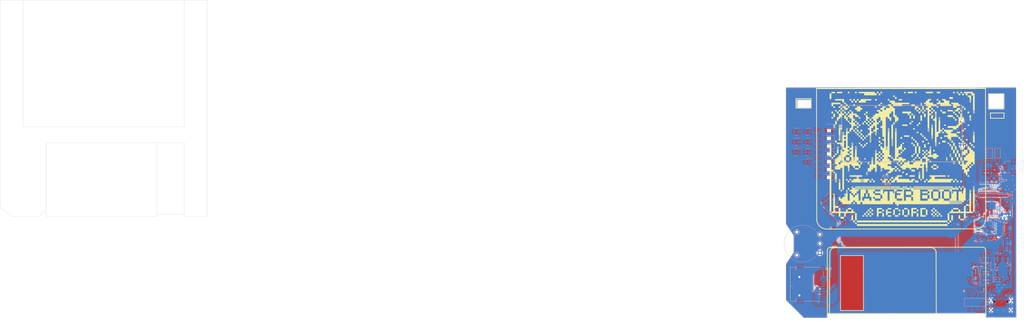
<source format=kicad_pcb>
(kicad_pcb (version 20221018) (generator pcbnew)
  (layers (0 "F.Cu" signal) (1 "In1.Cu" signal) (2 "In2.Cu" signal) (31 "B.Cu" signal) (34 "B.Paste" user) (35 "F.Paste" user) (36 "B.SilkS" user "B.Silkscreen") (37 "F.SilkS" user "F.Silkscreen") (38 "B.Mask" user) (39 "F.Mask" user) (44 "Edge.Cuts" user))
  (net 0 "")
  (net 4 "Net-(Q2-D)")
  (net 5 "Net-(D4-K)")
  (net 6 "Net-(D4-A)")
  (net 7 "Net-(D5-K)")
  (net 8 "Net-(D5-A)")
  (net 12 "unconnected-(U1-GPIO16-Pad27)")
  (net 13 "unconnected-(U1-GPIO17-Pad28)")
  (net 14 "unconnected-(U1-GPIO18-Pad29)")
  (net 15 "unconnected-(U1-GPIO19-Pad30)")
  (net 16 "unconnected-(U1-GPIO23-Pad35)")
  (net 17 "unconnected-(U1-GPIO24-Pad36)")
  (net 18 "unconnected-(U1-GPIO25-Pad37)")
  (net 19 "unconnected-(U1-GPIO27_ADC1-Pad39)")
  (net 22 "/3v3_boost")
  (net 23 "GND")
  (net 24 "/3v3_ldo")
  (net 25 "+1V1")
  (net 26 "+3V3")
  (net 27 "Net-(U1-XIN)")
  (net 28 "Net-(C16-Pad2)")
  (net 29 "/RUN")
  (net 30 "/SPK_OUT_P")
  (net 31 "/SPK_OUT_N")
  (net 32 "Net-(D1-A)")
  (net 33 "Net-(D2-K)")
  (net 34 "Net-(D6-K)")
  (net 35 "Net-(J1-CC1)")
  (net 36 "/USB_D_P")
  (net 37 "/USB_D_N")
  (net 39 "Net-(J1-CC2)")
  (net 42 "/SPI_1_CS")
  (net 43 "/SPI_1_MOSI")
  (net 44 "/SPI_1_SCK")
  (net 45 "/SPI_1_MISO")
  (net 47 "/SD_DET")
  (net 48 "/MCU_SWCLK")
  (net 49 "/MCU_SWD")
  (net 50 "Net-(D6-A)")
  (net 51 "VBUS")
  (net 52 "+BATT")
  (net 53 "Net-(U2-FB)")
  (net 54 "Net-(U2-EN)")
  (net 55 "/QSPI_SS")
  (net 56 "/~{USB_BOOT}")
  (net 57 "Net-(U1-XOUT)")
  (net 58 "Net-(U1-USB_DP)")
  (net 59 "Net-(U1-USB_DM)")
  (net 60 "Net-(U1-GPIO9)")
  (net 61 "Net-(U1-GPIO13)")
  (net 62 "Net-(D7-K)")
  (net 63 "Net-(D7-A)")
  (net 64 "Net-(D8-K)")
  (net 65 "/SD_MODE")
  (net 66 "/GAIN")
  (net 68 "/VBUS_IN")
  (net 70 "/VBAT_IN")
  (net 71 "/I2S_BCLK")
  (net 72 "/I2S_LRC")
  (net 73 "/I2S_DIN")
  (net 74 "Net-(U1-GPIO26_ADC0)")
  (net 75 "/QSPI_SD3")
  (net 76 "/QSPI_SCLK")
  (net 77 "/QSPI_SD0")
  (net 78 "/QSPI_SD2")
  (net 79 "/QSPI_SD1")
  (net 81 "unconnected-(U5-EP-Pad17)")
  (net 82 "Net-(D8-A)")
  (net 83 "Net-(D9-K)")
  (net 84 "Net-(D9-A)")
  (net 85 "Net-(D10-K)")
  (net 86 "Net-(D10-A)")
  (net 94 "/SW1")
  (net 95 "/SW2")
  (net 96 "/SW3")
  (net 97 "+5V")
  (net 98 "/WS_DIN")
  (net 99 "/SW4")
  (net 100 "Net-(C18-Pad2)")
  (footprint "mod:mbr6" (layer "F.Cu") (at 391.795 68.250072)
    (fp_text reference "G***" hide)
    (fp_text value "LOGO" hide)
  )
  (footprint "Resistor_SMD:R_0603_1608Metric" (layer "B.Cu") (at 385.5288 81.2956 180)
    (fp_text reference "R18")
    (fp_text value "0")
  )
  (footprint "Capacitor_SMD:C_0603_1608Metric" (layer "B.Cu") (at 431.1808 103.0014 180)
    (fp_text reference "C14" hide)
    (fp_text value "100n")
  )
  (footprint "Resistor_SMD:R_0603_1608Metric" (layer "B.Cu") (at 427.0414 110.5962)
    (fp_text reference "R24" hide)
    (fp_text value "0")
  )
  (footprint "Resistor_SMD:R_0603_1608Metric" (layer "B.Cu") (at 355.222238 58.7132 180)
    (fp_text reference "R20" hide)
    (fp_text value "0")
  )
  (footprint "Diode_SMD:D_SOD-123" (layer "B.Cu") (at 384.6138 78.3656 180)
    (fp_text reference "D15")
    (fp_text value "D_Schottky")
  )
  (footprint "Capacitor_SMD:C_0603_1608Metric" (layer "B.Cu") (at 434.5326 107.694 -90)
    (fp_text reference "C17" hide)
    (fp_text value "100n")
  )
  (footprint "Resistor_SMD:R_0603_1608Metric" (layer "B.Cu") (at 428.9968 77.5042 90)
    (fp_text reference "R21" hide)
    (fp_text value "1M")
  )
  (footprint "Capacitor_SMD:C_0603_1608Metric" (layer "B.Cu") (at 433.3424 83.2146 90)
    (fp_text reference "C6" hide)
    (fp_text value "100n")
  )
  (footprint "Resistor_SMD:R_0603_1608Metric" (layer "B.Cu") (at 418.5278 95.5732 180)
    (fp_text reference "R13" hide)
    (fp_text value "DNI")
  )
  (footprint "mod:J_sd_micro_socket" (layer "B.Cu") (at 350.624055 124.265832 -90)
    (fp_text reference "J2" hide)
    (fp_text value "Micro_SD_Card_Det1" hide)
  )
  (footprint "Capacitor_SMD:C_0603_1608Metric" (layer "B.Cu") (at 438.1954 92.11 -90)
    (fp_text reference "C8" hide)
    (fp_text value "100n")
  )
  (footprint "Resistor_SMD:R_0603_1608Metric" (layer "B.Cu") (at 418.5278 93.943 180)
    (fp_text reference "R14" hide)
    (fp_text value "DNI")
  )
  (footprint "Capacitor_SMD:C_0603_1608Metric" (layer "B.Cu") (at 422.1754 93.9492 180)
    (fp_text reference "C15" hide)
    (fp_text value "27p")
  )
  (footprint "mod:1206_reverse_xinglight" (layer "B.Cu") (at 360.032238 73.5932 180)
    (fp_text reference "D9" hide)
    (fp_text value "LED")
  )
  (footprint "Resistor_SMD:R_0603_1608Metric" (layer "B.Cu") (at 355.222238 71.2632 180)
    (fp_text reference "R29" hide)
    (fp_text value "1k")
  )
  (footprint "Resistor_SMD:R_0603_1608Metric" (layer "B.Cu") (at 423.6282 116.5676)
    (fp_text reference "R1" hide)
    (fp_text value "11.5k")
  )
  (footprint "Capacitor_SMD:C_0603_1608Metric" (layer "B.Cu") (at 429.0218 95.115 180)
    (fp_text reference "C9" hide)
    (fp_text value "100n")
  )
  (footprint "Resistor_SMD:R_0603_1608Metric" (layer "B.Cu") (at 355.222238 63.7332 180)
    (fp_text reference "R26" hide)
    (fp_text value "1k")
  )
  (footprint "Package_TO_SOT_SMD:SOT-23" (layer "B.Cu") (at 350.772238 61.6232 180)
    (fp_text reference "Q3" hide)
    (fp_text value "NMOS")
  )
  (footprint "Package_TO_SOT_SMD:SOT-23" (layer "B.Cu") (at 350.772238 70.5232 180)
    (fp_text reference "Q5" hide)
    (fp_text value "NMOS")
  )
  (footprint "Resistor_SMD:R_0603_1608Metric" (layer "B.Cu") (at 433.6828 109.9958)
    (fp_text reference "R33" hide)
    (fp_text value "0")
  )
  (footprint "Capacitor_SMD:C_0603_1608Metric" (layer "B.Cu") (at 435.0214 83.2146 90)
    (fp_text reference "C7" hide)
    (fp_text value "100n")
  )
  (footprint "Capacitor_SMD:C_0603_1608Metric" (layer "B.Cu") (at 438.4136 83.94)
    (fp_text reference "C13" hide)
    (fp_text value "1u")
  )
  (footprint "Resistor_SMD:R_0603_1608Metric" (layer "B.Cu") (at 434.5132 77.5296 90)
    (fp_text reference "R22" hide)
    (fp_text value "0")
  )
  (footprint "Package_TO_SOT_SMD:SOT-23" (layer "B.Cu") (at 345.882238 66.0732 180)
    (fp_text reference "Q8" hide)
    (fp_text value "NMOS")
  )
  (footprint "Resistor_SMD:R_0603_1608Metric" (layer "B.Cu") (at 355.222238 61.2232 180)
    (fp_text reference "R25" hide)
    (fp_text value "1k")
  )
  (footprint "mod:1206_reverse_xinglight" (layer "B.Cu") (at 360.032238 60.0332 180)
    (fp_text reference "D5" hide)
    (fp_text value "LED")
  )
  (footprint "Resistor_SMD:R_0603_1608Metric" (layer "B.Cu") (at 355.222238 68.7532 180)
    (fp_text reference "R28" hide)
    (fp_text value "1k")
  )
  (footprint "mod:AAA-HOLDER-THD" (layer "B.Cu") (at 417.8048 52.508)
    (fp_text reference "BT1" hide)
    (fp_text value "Battery")
  )
  (footprint "Capacitor_SMD:C_0603_1608Metric" (layer "B.Cu") (at 438.3998 85.6138)
    (fp_text reference "C5" hide)
    (fp_text value "1u")
  )
  (footprint "Resistor_SMD:R_0603_1608Metric" (layer "B.Cu") (at 423.6282 114.972 180)
    (fp_text reference "R2" hide)
    (fp_text value "2.55k")
  )
  (footprint "mod:gear-dial-pot-3pin" (layer "B.Cu") (at 348.5406 105.7638 -90)
    (fp_text reference "RV1" hide)
    (fp_text value "R_Potentiometer")
  )
  (footprint "Resistor_SMD:R_0603_1608Metric" (layer "B.Cu") (at 423.933 122.622)
    (fp_text reference "R3" hide)
    (fp_text value "R")
  )
  (footprint "Diode_SMD:D_SOD-123" (layer "B.Cu") (at 434.206 121.3546)
    (fp_text reference "D2" hide)
    (fp_text value "D_Schottky")
  )
  (footprint "Package_TO_SOT_SMD:SOT-23" (layer "B.Cu") (at 426.3074 125.3306 180)
    (fp_text reference "Q2" hide)
    (fp_text value "AO3401A")
  )
  (footprint "Diode_SMD:D_SOD-123" (layer "B.Cu") (at 427.9012 115.3876 180)
    (fp_text reference "D1" hide)
    (fp_text value "D_Schottky")
  )
  (footprint "mod:1206_reverse_xinglight" (layer "B.Cu") (at 360.032238 63.4232 180)
    (fp_text reference "D6" hide)
    (fp_text value "LED")
  )
  (footprint "Resistor_SMD:R_0603_1608Metric" (layer "B.Cu") (at 365.536 96.666 -45)
    (fp_text reference "R15" hide)
    (fp_text value "1k")
  )
  (footprint "Connector_JST:JST_SH_SM03B-SRSS-TB_1x03-1MP_P1.00mm_Horizontal" (layer "B.Cu") (at 438.4106 72.509 -90)
    (fp_text reference "J3")
    (fp_text value "Conn_01x03_MountingPin")
  )
  (footprint "Resistor_SMD:R_Array_Convex_4x0402" (layer "B.Cu") (at 359.7746 118.877 180)
    (fp_text reference "RN1")
    (fp_text value "4x1k")
  )
  (footprint "Resistor_SMD:R_0603_1608Metric" (layer "B.Cu") (at 438.9476 127.261)
    (fp_text reference "R7" hide)
    (fp_text value "5.1k")
  )
  (footprint "mod:SW_SKRPACE010" (layer "B.Cu") (at 368.457 94.134303 45)
    (fp_text reference "SW4" hide)
    (fp_text value "SW_MEC_5E")
  )
  (footprint "Resistor_SMD:R_0603_1608Metric" (layer "B.Cu") (at 430.5878 77.5042 90)
    (fp_text reference "R19" hide)
    (fp_text value "0")
  )
  (footprint "Resistor_SMD:R_0402_1005Metric" (layer "B.Cu") (at 436.6214 88.8238 180)
    (fp_text reference "R11" hide)
    (fp_text value "27.4")
  )
  (footprint "Resistor_SMD:R_0402_1005Metric" (layer "B.Cu") (at 436.6214 87.5894 180)
    (fp_text reference "R12" hide)
    (fp_text value "27.4")
  )
  (footprint "Capacitor_SMD:C_0603_1608Metric" (layer "B.Cu") (at 436.6154 92.0962 -90)
    (fp_text reference "C3" hide)
    (fp_text value "100n")
  )
  (footprint "Resistor_SMD:R_0402_1005Metric" (layer "B.Cu") (at 424.8704 90.0532 -90)
    (fp_text reference "R10" hide)
    (fp_text value "1k")
  )
  (footprint "Resistor_SMD:R_0603_1608Metric" (layer "B.Cu") (at 430.8164 123.9012)
    (fp_text reference "R5" hide)
    (fp_text value "10k")
  )
  (footprint "Resistor_SMD:R_0603_1608Metric" (layer "B.Cu") (at 420.9588 121.8762 90)
    (fp_text reference "R4" hide)
    (fp_text value "R")
  )
  (footprint "Resistor_SMD:R_0603_1608Metric" (layer "B.Cu") (at 430.8532 125.5476 180)
    (fp_text reference "R6" hide)
    (fp_text value "5.1k")
  )
  (footprint "Resistor_SMD:R_0603_1608Metric" (layer "B.Cu") (at 432.943 77.5296 90)
    (fp_text reference "R23" hide)
    (fp_text value "0")
  )
  (footprint "Resistor_SMD:R_0603_1608Metric" (layer "B.Cu") (at 426.574 69.9654 180)
    (fp_text reference "R53" hide)
    (fp_text value "0")
  )
  (footprint "mod:1206_reverse_xinglight" (layer "B.Cu") (at 360.032238 76.9832 180)
    (fp_text reference "D10" hide)
    (fp_text value "LED")
  )
  (footprint "Capacitor_SMD:C_0603_1608Metric" (layer "B.Cu") (at 429.0192 74.297 90)
    (fp_text reference "C18" hide)
    (fp_text value "10u")
  )
  (footprint "Package_TO_SOT_SMD:SOT-23" (layer "B.Cu") (at 345.882238 61.6232 180)
    (fp_text reference "Q7" hide)
    (fp_text value "NMOS")
  )
  (footprint "mod:SS-3235S-L2" (layer "B.Cu") (at 423.393 131.2568)
    (fp_text reference "SW7")
    (fp_text value "SW_Push_DPDT")
  )
  (footprint "Resistor_SMD:R_0603_1608Metric" (layer "B.Cu") (at 361.4212 92.571 -45)
    (fp_text reference "R17" hide)
    (fp_text value "1k")
  )
  (footprint "Package_TO_SOT_SMD:SOT-23" (layer "B.Cu") (at 350.772238 66.0732 180)
    (fp_text reference "Q4" hide)
    (fp_text value "NMOS")
  )
  (footprint "Resistor_SMD:R_0603_1608Metric" (layer "B.Cu") (at 355.222238 76.2832 180)
    (fp_text reference "R31" hide)
    (fp_text value "1k")
  )
  (footprint "mod:SW_SKRPACE010" (layer "B.Cu") (at 360.2143 85.828503 45)
    (fp_text reference "SW5" hide)
    (fp_text value "SW_MEC_5E")
  )
  (footprint "mod:SW_SKRPACE010" (layer "B.Cu") (at 437.3672 105.564303 90)
    (fp_text reference "SW2" hide)
    (fp_text value "SW_MEC_5E")
  )
  (footprint "mod:1206_reverse_xinglight" (layer "B.Cu") (at 360.032238 70.2032 180)
    (fp_text reference "D8" hide)
    (fp_text value "LED")
  )
  (footprint "mod:SW_SKRPACE010" (layer "B.Cu") (at 364.33565 89.981403 45)
    (fp_text reference "SW6" hide)
    (fp_text value "SW_MEC_5E")
  )
  (footprint "Capacitor_SMD:C_0603_1608Metric" (layer "B.Cu") (at 355.222238 56.2032 180)
    (fp_text reference "C22" hide)
    (fp_text value "28uF")
  )
  (footprint "Crystal:Crystal_SMD_3225-4Pin_3.2x2.5mm" (layer "B.Cu") (at 422.1464 90.8972 -90)
    (fp_text reference "Y1" hide)
    (fp_text value "12MHZ")
  )
  (footprint "Package_DFN_QFN:QFN-56-1EP_7x7mm_P0.4mm_EP3.2x3.2mm" (layer "B.Cu") (at 430.7932 89.3741 90)
    (fp_text reference "U1" hide)
    (fp_text value "RP2040")
  )
  (footprint "Capacitor_SMD:C_0603_1608Metric" (layer "B.Cu") (at 425.006 84.9164 90)
    (fp_text reference "C4" hide)
    (fp_text value "100n")
  )
  (footprint "Capacitor_SMD:C_0603_1608Metric" (layer "B.Cu") (at 422.1714 87.8412)
    (fp_text reference "C16" hide)
    (fp_text value "27p")
  )
  (footprint "Capacitor_SMD:C_0603_1608Metric" (layer "B.Cu") (at 433.2752 69.956 180)
    (fp_text reference "C21" hide)
    (fp_text value "220p")
  )
  (footprint "Capacitor_SMD:C_0603_1608Metric" (layer "B.Cu") (at 427.3962 74.297 90)
    (fp_text reference "C19" hide)
    (fp_text value "100n")
  )
  (footprint "mod:1206_reverse_xinglight" (layer "B.Cu") (at 360.032238 66.8132 180)
    (fp_text reference "D7" hide)
    (fp_text value "LED")
  )
  (footprint "Capacitor_SMD:C_0603_1608Metric" (layer "B.Cu") (at 429.7838 82.9214 90)
    (fp_text reference "C12" hide)
    (fp_text value "100n")
  )
  (footprint "TestPoint:TestPoint_Keystone_5019_Minature" (layer "B.Cu") (at 433.1812 66.5354 90)
    (fp_text reference "J5" hide)
    (fp_text value "Conn_01x01_Pin")
  )
  (footprint "Resistor_SMD:R_0603_1608Metric" (layer "B.Cu") (at 425.5922 102.8792 180)
    (fp_text reference "R9" hide)
    (fp_text value "1k")
  )
  (footprint "Resistor_SMD:R_0603_1608Metric" (layer "B.Cu") (at 425.5922 104.5094 180)
    (fp_text reference "R8" hide)
    (fp_text value "DNI")
  )
  (footprint "Capacitor_SMD:C_0603_1608Metric" (layer "B.Cu") (at 435.4418 94.524)
    (fp_text reference "C10" hide)
    (fp_text value "100n")
  )
  (footprint "mod:SW_SKRPACE010" (layer "B.Cu") (at 437.3328 99.108897 90)
    (fp_text reference "SW3" hide)
    (fp_text value "SW_MEC_5E")
  )
  (footprint "Package_TO_SOT_SMD:SOT-223-3_TabPin2" (layer "B.Cu") (at 435.5048 115.5626 -90)
    (fp_text reference "U3" hide)
    (fp_text value "AMS1117-3.3")
  )
  (footprint "Resistor_SMD:R_0603_1608Metric" (layer "B.Cu") (at 355.222238 66.2432 180)
    (fp_text reference "R27" hide)
    (fp_text value "1k")
  )
  (footprint "mod:1206_reverse_xinglight" (layer "B.Cu") (at 360.540238 55.0176 180)
    (fp_text reference "D4" hide)
    (fp_text value "LED")
  )
  (footprint "mod:QFN50P300X300X80-17N" (layer "B.Cu") (at 432.056 73.6934 90)
    (fp_text reference "U5" hide)
    (fp_text value "MAX98357AETE_T")
  )
  (footprint "Connector_USB:USB_C_Receptacle_HCTL_HC-TYPE-C-16P-01A" (layer "B.Cu") (at 434.6848 133.5806 180)
    (fp_text reference "J1" hide)
    (fp_text value "USB_C_Receptacle_USB2.0")
  )
  (footprint "Capacitor_SMD:C_0603_1608Metric" (layer "B.Cu") (at 429.639 69.9814)
    (fp_text reference "C20" hide)
    (fp_text value "220p")
  )
  (footprint "Diode_SMD:D_SOD-123" (layer "B.Cu") (at 427.8502 112.8116)
    (fp_text reference "D3" hide)
    (fp_text value "D_Schottky")
  )
  (footprint "TestPoint:TestPoint_Keystone_5019_Minature" (layer "B.Cu") (at 429.7398 66.5354 90)
    (fp_text reference "J4" hide)
    (fp_text value "Conn_01x01_Pin")
  )
  (footprint "Capacitor_SMD:C_0603_1608Metric" (layer "B.Cu") (at 437.4994 121.6956 -90)
    (fp_text reference "C2" hide)
    (fp_text value "28uF")
  )
  (footprint "Resistor_SMD:R_0603_1608Metric" (layer "B.Cu") (at 355.222238 73.7732 180)
    (fp_text reference "R30" hide)
    (fp_text value "1k")
  )
  (footprint "Resistor_SMD:R_0603_1608Metric" (layer "B.Cu") (at 357.3138 88.3712 -45)
    (fp_text reference "R16" hide)
    (fp_text value "1k")
  )
  (footprint "Capacitor_SMD:C_0603_1608Metric" (layer "B.Cu") (at 429.494 109.9354 90)
    (fp_text reference "C1" hide)
    (fp_text value "28uF")
  )
  (footprint "Package_TO_SOT_SMD:SOT-23" (layer "B.Cu") (at 350.772238 57.1732 180)
    (fp_text reference "Q1" hide)
    (fp_text value "NMOS")
  )
  (footprint "Package_TO_SOT_SMD:SOT-23" (layer "B.Cu") (at 345.882238 57.1732 180)
    (fp_text reference "Q6" hide)
    (fp_text value "NMOS")
  )
  (footprint "Capacitor_SMD:C_0603_1608Metric" (layer "B.Cu") (at 423.1772 84.928 90)
    (fp_text reference "C11" hide)
    (fp_text value "100n")
  )
  (footprint "Package_SO:SOIC-8_5.23x5.23mm_P1.27mm" (layer "B.Cu") (at 428.3638 99.0192)
    (fp_text reference "U4" hide)
    (fp_text value "W25Q32JVSS")
  )
  (footprint "Inductor_SMD:L_Changjiang_FNR5040S" (layer "B.Cu") (at 428.5472 119.7166 90)
    (fp_text reference "L1" hide)
    (fp_text value "22uH")
  )
  (footprint "Package_TO_SOT_SMD:SOT-23-6" (layer "B.Cu") (at 423.7172 119.6166 -90)
    (fp_text reference "U2" hide)
    (fp_text value "MT3608")
  )
  (gr_curve (pts (xy 360.312094 109.743027) (xy 360.310368 108.531802) (xy 361.323231 107.548725) (xy 362.574486 107.546942)) (stroke (width 0.35)) (layer "F.Cu"))
  (gr_line (start 406.5016 109.6772) (end 406.575549 136.156706) (stroke (width 0.35)) (layer "F.Cu"))
  (gr_line (start 360.21932 136.18639) (end 406.575549 136.156706) (stroke (width 0.35)) (layer "F.Cu"))
  (gr_poly (pts (xy 360.21932 136.18639) (xy 360.312094 109.743027) (xy 360.5276 108.9152) (xy 360.9086 108.3056) (xy 361.442 107.8484) (xy 362.0516 107.6198) (xy 362.574486 107.546942) (xy 404.4188 107.5182) (xy 405.2824 107.7214) (xy 405.7904 108.0516) (xy 406.2984 108.6866) (xy 406.5016 109.2708) (xy 406.5016 109.9058) (xy 406.5524 113.3348) (xy 406.575549 136.156706) (xy 391.16 136.1694)) (stroke (width 0.2)) (fill solid) (layer "F.Cu"))
  (gr_curve (pts (xy 404.232944 107.487573) (xy 405.484199 107.48579) (xy 406.499873 108.465976) (xy 406.5016 109.6772)) (stroke (width 0.35)) (layer "F.Cu"))
  (gr_line (start 360.220549 136.156706) (end 360.312094 109.743027) (stroke (width 0.35)) (layer "F.Cu"))
  (gr_line (start 362.574486 107.546942) (end 404.232944 107.487573) (stroke (width 0.35)) (layer "F.Cu"))
  (gr_line (start 436.056179 51.299448) (end 430.166964 51.307841) (stroke (width 0.35)) (layer "F.SilkS"))
  (gr_line (start 430.163697 49.015453) (end 436.052912 49.00706) (stroke (width 0.35)) (layer "F.SilkS"))
  (gr_curve (pts (xy 404.285995 107.474867) (xy 405.53725 107.473084) (xy 406.552924 108.45327) (xy 406.554651 109.664494)) (stroke (width 0.35)) (layer "F.SilkS"))
  (gr_line (start 352.217619 46.815719) (end 352.211881 42.789675) (stroke (width 0.35)) (layer "F.SilkS"))
  (gr_curve (pts (xy 428.07824 95.113242) (xy 428.08156 97.443012) (xy 426.195625 99.334704) (xy 423.865842 99.338024)) (stroke (width 0.35)) (layer "F.SilkS"))
  (gr_line (start 359.31693 137.276697) (end 359.276269 108.744987) (stroke (width 0.35)) (layer "F.SilkS"))
  (gr_line (start 428.097528 108.646908) (end 428.138189 137.178618) (stroke (width 0.35)) (layer "F.SilkS"))
  (gr_curve (pts (xy 426.758894 107.312245) (xy 427.49722 107.311193) (xy 428.096475 107.908576) (xy 428.097528 108.646908)) (stroke (width 0.35)) (layer "F.SilkS"))
  (gr_line (start 360.2736 136.144) (end 360.365145 109.730321) (stroke (width 0.35)) (layer "F.SilkS"))
  (gr_line (start 406.554651 109.664494) (end 406.6286 136.144) (stroke (width 0.35)) (layer "F.SilkS"))
  (gr_curve (pts (xy 358.934369 99.43056) (xy 356.604593 99.433881) (xy 354.712926 97.547572) (xy 354.709606 95.217802)) (stroke (width 0.35)) (layer "F.SilkS"))
  (gr_line (start 424.349154 38.268502) (end 358.267527 38.362677) (stroke (width 0.35)) (layer "F.SilkS"))
  (gr_line (start 352.211881 42.789675) (end 345.6686 42.799) (stroke (width 0.35)) (layer "F.SilkS"))
  (gr_line (start 360.272371 136.173684) (end 406.6286 136.144) (stroke (width 0.35)) (layer "F.SilkS"))
  (gr_line (start 430.166964 51.307841) (end 430.163697 49.015453) (stroke (width 0.35)) (layer "F.SilkS"))
  (gr_line (start 345.674337 46.825044) (end 352.217619 46.815719) (stroke (width 0.35)) (layer "F.SilkS"))
  (gr_curve (pts (xy 359.276269 108.744987) (xy 359.275217 108.006655) (xy 359.8726 107.407567) (xy 360.610925 107.406515)) (stroke (width 0.35)) (layer "F.SilkS"))
  (gr_line (start 354.709606 95.217802) (end 354.628643 38.40736) (stroke (width 0.35)) (layer "F.SilkS"))
  (gr_line (start 427.997278 38.3028) (end 428.07824 95.113242) (stroke (width 0.35)) (layer "F.SilkS"))
  (gr_line (start 360.610925 107.406515) (end 426.758894 107.312245) (stroke (width 0.35)) (layer "F.SilkS"))
  (gr_line (start 423.865842 99.338024) (end 358.934369 99.43056) (stroke (width 0.35)) (layer "F.SilkS"))
  (gr_line (start 436.052912 49.00706) (end 436.056179 51.299448) (stroke (width 0.35)) (layer "F.SilkS"))
  (gr_line (start 362.627537 107.534236) (end 404.285995 107.474867) (stroke (width 0.35)) (layer "F.SilkS"))
  (gr_line (start 345.6686 42.799) (end 345.674337 46.825044) (stroke (width 0.35)) (layer "F.SilkS"))
  (gr_curve (pts (xy 360.365145 109.730321) (xy 360.363419 108.519096) (xy 361.376282 107.536019) (xy 362.627537 107.534236)) (stroke (width 0.35)) (layer "F.SilkS"))
  (gr_line (start 427.49419 38.303517) (end 355.132072 38.406642) (stroke (width 0.35)) (layer "F.SilkS"))
  (gr_line (start 424.349154 38.268502) (end 358.267539 38.362677) (stroke (width 0.35)) (layer "F.SilkS"))
  (gr_line (start 354.628643 38.40736) (end 427.997278 38.3028) (stroke (width 0.35)) (layer "F.SilkS"))
  (gr_line (start 90 94) (end 90 0) (stroke (width 0.1)) (layer "Edge.Cuts"))
  (gr_line (start 5 94) (end 0 90) (stroke (width 0.1)) (layer "Edge.Cuts"))
  (gr_line (start 10 55) (end 80 55) (stroke (width 0.1)) (layer "Edge.Cuts"))
  (gr_line (start 18.5 92) (end 17 94) (stroke (width 0.1)) (layer "Edge.Cuts"))
  (gr_line (start 341.351 130.305968) (end 349.04256 137.946523) (stroke (width 0.1)) (layer "Edge.Cuts"))
  (gr_line (start 20 92) (end 20 94) (stroke (width 0.1)) (layer "Edge.Cuts"))
  (gr_line (start 359.285 136.022) (end 428.103313 136.02195) (stroke (width 0.1)) (layer "Edge.Cuts"))
  (gr_line (start 441.3506 137.834) (end 441.351 37.95769) (stroke (width 0.1)) (layer "Edge.Cuts"))
  (gr_line (start 90 0) (end 0 0) (stroke (width 0.1)) (layer "Edge.Cuts"))
  (gr_line (start 428.105895 137.833847) (end 441.3506 137.834) (stroke (width 0.1)) (layer "Edge.Cuts"))
  (gr_line (start 428.103313 136.02195) (end 428.103 137.833847) (stroke (width 0.1)) (layer "Edge.Cuts"))
  (gr_line (start 374.968042 110.953927) (end 365.002236 110.96813) (stroke (width 0.35)) (layer "Edge.Cuts"))
  (gr_line (start 341.3506 97.2312) (end 344.7288 102.2858) (stroke (width 0.1)) (layer "Edge.Cuts"))
  (gr_line (start 365.036235 134.825058) (end 375.002041 134.810855) (stroke (width 0.35)) (layer "Edge.Cuts"))
  (gr_line (start 341.3506 114.6302) (end 344.7288 109.601) (stroke (width 0.1)) (layer "Edge.Cuts"))
  (gr_line (start 429.314432 47.259849) (end 429.304989 40.633887) (stroke (width 0.35)) (layer "Edge.Cuts"))
  (gr_line (start 441.351 37.95769) (end 341.3506 37.9577) (stroke (width 0.1)) (layer "Edge.Cuts"))
  (gr_line (start 20 62) (end 20 92) (stroke (width 0.1)) (layer "Edge.Cuts"))
  (gr_line (start 68 62) (end 68 94) (stroke (width 0.1)) (layer "Edge.Cuts"))
  (gr_line (start 20 94) (end 68 94) (stroke (width 0.1)) (layer "Edge.Cuts"))
  (gr_line (start 80 62) (end 80 93) (stroke (width 0.1)) (layer "Edge.Cuts"))
  (gr_line (start 436.00096 47.250319) (end 429.314432 47.259849) (stroke (width 0.35)) (layer "Edge.Cuts"))
  (gr_line (start 20 62) (end 80 62) (stroke (width 0.1)) (layer "Edge.Cuts"))
  (gr_line (start 90 94) (end 80 94) (stroke (width 0.1)) (layer "Edge.Cuts"))
  (gr_line (start 359.284866 137.944038) (end 359.285 136.022) (stroke (width 0.1)) (layer "Edge.Cuts"))
  (gr_line (start 68 93) (end 80 93) (stroke (width 0.1)) (layer "Edge.Cuts"))
  (gr_line (start 80 94) (end 80 93) (stroke (width 0.1)) (layer "Edge.Cuts"))
  (gr_line (start 341.3506 114.6302) (end 341.351 130.305968) (stroke (width 0.1)) (layer "Edge.Cuts"))
  (gr_line (start 17 94) (end 5 94) (stroke (width 0.1)) (layer "Edge.Cuts"))
  (gr_line (start 375.002041 134.810855) (end 374.968042 110.953927) (stroke (width 0.35)) (layer "Edge.Cuts"))
  (gr_line (start 429.304989 40.633887) (end 436.004846 40.64) (stroke (width 0.35)) (layer "Edge.Cuts"))
  (gr_line (start 365.002236 110.96813) (end 365.036235 134.825058) (stroke (width 0.35)) (layer "Edge.Cuts"))
  (gr_line (start 0 90) (end 0 0) (stroke (width 0.1)) (layer "Edge.Cuts"))
  (gr_line (start 346.227831 46.824256) (end 352.217619 46.815719) (stroke (width 0.35)) (layer "Edge.Cuts"))
  (gr_line (start 341.3506 97.2312) (end 341.3506 37.9577) (stroke (width 0.1)) (layer "Edge.Cuts"))
  (gr_line (start 352.212698 43.362647) (end 346.22291 43.371183) (stroke (width 0.35)) (layer "Edge.Cuts"))
  (gr_line (start 20 92) (end 18.5 92) (stroke (width 0.1)) (layer "Edge.Cuts"))
  (gr_line (start 80 0) (end 80 55) (stroke (width 0.1)) (layer "Edge.Cuts"))
  (gr_line (start 346.22291 43.371183) (end 346.227831 46.824256) (stroke (width 0.35)) (layer "Edge.Cuts"))
  (gr_line (start 10 0) (end 10 55) (stroke (width 0.1)) (layer "Edge.Cuts"))
  (gr_line (start 352.217619 46.815719) (end 352.212698 43.362647) (stroke (width 0.35)) (layer "Edge.Cuts"))
  (gr_line (start 344.7288 109.601) (end 344.7288 102.2858) (stroke (width 0.1)) (layer "Edge.Cuts"))
  (gr_line (start 349.04256 137.946523) (end 359.284866 137.947) (stroke (width 0.1)) (layer "Edge.Cuts"))
  (gr_line (start 436.004846 40.64) (end 436.00096 47.250319) (stroke (width 0.35)) (layer "Edge.Cuts"))
  (segment (start 422.7576 122.428) (end 422.7576 121.793) (width 0.5) (layer "F.Cu") (net 4))
  (segment (start 429.0314 122.9614) (end 426.1358 122.9614) (width 0.5) (layer "F.Cu") (net 4))
  (segment (start 423.291 122.9614) (end 422.7576 122.428) (width 0.5) (layer "F.Cu") (net 4))
  (segment (start 429.065 122.9278) (end 429.0314 122.9614) (width 0.25) (layer "F.Cu") (net 4))
  (segment (start 426.1358 122.9614) (end 423.291 122.9614) (width 0.5) (layer "F.Cu") (net 4))
  (via (at 427.101 121.6152) (size 0.5) (drill 0.3) (layers "F.Cu" "B.Cu") (net 4))
  (via (at 429.0314 122.9614) (size 0.5) (drill 0.3) (layers "F.Cu" "B.Cu") (net 4))
  (via (at 428.5488 121.6152) (size 0.5) (drill 0.3) (layers "F.Cu" "B.Cu") (net 4))
  (via (at 429.2727 121.6152) (size 0.5) (drill 0.3) (layers "F.Cu" "B.Cu") (net 4))
  (via (at 423.7228 121.0818) (size 0.5) (drill 0.3) (layers "F.Cu" "B.Cu") (net 4))
  (via (at 423.7228 120.4468) (size 0.5) (drill 0.3) (layers "F.Cu" "B.Cu") (net 4))
  (via (at 427.8249 121.6152) (size 0.5) (drill 0.3) (layers "F.Cu" "B.Cu") (net 4))
  (segment (start 423.7172 122.0128) (end 423.7228 121.0818) (width 0.25) (layer "B.Cu") (net 4))
  (segment (start 425.2976 125.4029) (end 425.3699 125.3306) (width 0.25) (layer "B.Cu") (net 4))
  (segment (start 423.7228 120.4468) (end 423.7172 120.7541) (width 0.25) (layer "B.Cu") (net 4))
  (segment (start 423.108 122.622) (end 423.7172 122.0128) (width 0.25) (layer "B.Cu") (net 4))
  (segment (start 425.1198 82.0674) (end 424.8404 81.788) (width 0.127) (layer "F.Cu") (net 12))
  (segment (start 425.1198 82.2706) (end 425.1198 82.0674) (width 0.127) (layer "F.Cu") (net 12))
  (via (at 425.1198 82.2706) (size 0.5) (drill 0.3) (layers "F.Cu" "B.Cu") (net 12))
  (segment (start 425.3738 82.5246) (end 425.1198 82.2706) (width 0.127) (layer "B.Cu") (net 12))
  (segment (start 427.3557 87.1741) (end 426.7213 87.1741) (width 0.127) (layer "B.Cu") (net 12))
  (segment (start 426.6946 83.5406) (end 426.6946 82.931) (width 0.127) (layer "B.Cu") (net 12))
  (segment (start 426.7213 87.1741) (end 426.5168 86.9696) (width 0.127) (layer "B.Cu") (net 12))
  (segment (start 426.5168 83.7184) (end 426.6946 83.5406) (width 0.127) (layer "B.Cu") (net 12))
  (segment (start 426.6946 82.931) (end 426.2882 82.5246) (width 0.127) (layer "B.Cu") (net 12))
  (segment (start 426.2882 82.5246) (end 425.3738 82.5246) (width 0.127) (layer "B.Cu") (net 12))
  (segment (start 426.5168 86.9696) (end 426.5168 83.7184) (width 0.127) (layer "B.Cu") (net 12))
  (segment (start 425.8564 81.9912) (end 425.8564 81.6356) (width 0.127) (layer "F.Cu") (net 13))
  (segment (start 425.6278 81.407) (end 425.4246 81.407) (width 0.127) (layer "F.Cu") (net 13))
  (segment (start 425.8564 81.6356) (end 425.6278 81.407) (width 0.127) (layer "F.Cu") (net 13))
  (via (at 425.8564 81.9912) (size 0.5) (drill 0.3) (layers "F.Cu" "B.Cu") (net 13))
  (segment (start 427.0756 82.6262) (end 426.6184 82.169) (width 0.127) (layer "B.Cu") (net 13))
  (segment (start 426.0342 82.169) (end 425.8564 81.9912) (width 0.127) (layer "B.Cu") (net 13))
  (segment (start 427.3557 85.3701) (end 427.0756 85.09) (width 0.127) (layer "B.Cu") (net 13))
  (segment (start 427.3557 86.7741) (end 427.3557 85.3701) (width 0.127) (layer "B.Cu") (net 13))
  (segment (start 426.6184 82.169) (end 426.0342 82.169) (width 0.127) (layer "B.Cu") (net 13))
  (segment (start 427.0756 85.09) (end 427.0756 82.6262) (width 0.127) (layer "B.Cu") (net 13))
  (segment (start 426.8978 81.7372) (end 426.212 81.0514) (width 0.127) (layer "F.Cu") (net 14))
  (segment (start 426.212 81.0514) (end 425.45 81.0514) (width 0.127) (layer "F.Cu") (net 14))
  (via (at 426.8978 81.7372) (size 0.5) (drill 0.3) (layers "F.Cu" "B.Cu") (net 14))
  (segment (start 427.482 82.3214) (end 426.8978 81.7372) (width 0.127) (layer "B.Cu") (net 14))
  (segment (start 428.1932 85.5472) (end 427.482 84.836) (width 0.127) (layer "B.Cu") (net 14))
  (segment (start 427.482 84.836) (end 427.482 82.3214) (width 0.127) (layer "B.Cu") (net 14))
  (segment (start 428.1932 85.9366) (end 428.1932 85.5472) (width 0.127) (layer "B.Cu") (net 14))
  (segment (start 427.7106 80.8736) (end 427.5582 80.7212) (width 0.127) (layer "F.Cu") (net 15))
  (segment (start 427.7106 81.788) (end 427.7106 80.8736) (width 0.127) (layer "F.Cu") (net 15))
  (segment (start 427.5582 80.7212) (end 425.4754 80.7212) (width 0.127) (layer "F.Cu") (net 15))
  (via (at 427.7106 81.788) (size 0.5) (drill 0.3) (layers "F.Cu" "B.Cu") (net 15))
  (segment (start 427.8376 84.5058) (end 427.8376 81.915) (width 0.127) (layer "B.Cu") (net 15))
  (segment (start 427.8376 81.915) (end 427.7106 81.788) (width 0.127) (layer "B.Cu") (net 15))
  (segment (start 428.5932 85.9366) (end 428.5932 85.2614) (width 0.127) (layer "B.Cu") (net 15))
  (segment (start 428.5932 85.2614) (end 427.8376 84.5058) (width 0.127) (layer "B.Cu") (net 15))
  (segment (start 430.2506 80.2132) (end 425.4754 80.2132) (width 0.127) (layer "F.Cu") (net 16))
  (segment (start 430.6824 80.645) (end 430.2506 80.2132) (width 0.127) (layer "F.Cu") (net 16))
  (via (at 430.6824 80.645) (size 0.5) (drill 0.3) (layers "F.Cu" "B.Cu") (net 16))
  (segment (start 430.6824 80.645) (end 431.0126 80.9752) (width 0.127) (layer "B.Cu") (net 16))
  (segment (start 431.0126 84.4042) (end 430.5932 84.8236) (width 0.127) (layer "B.Cu") (net 16))
  (segment (start 431.0126 80.9752) (end 431.0126 84.4042) (width 0.127) (layer "B.Cu") (net 16))
  (segment (start 430.5932 84.8236) (end 430.5932 85.9366) (width 0.127) (layer "B.Cu") (net 16))
  (segment (start 431.5714 80.0862) (end 431.2412 79.756) (width 0.127) (layer "F.Cu") (net 17))
  (segment (start 431.2412 79.756) (end 425.5008 79.756) (width 0.127) (layer "F.Cu") (net 17))
  (segment (start 431.5714 80.7974) (end 431.5714 80.0862) (width 0.127) (layer "F.Cu") (net 17))
  (via (at 431.5714 80.7974) (size 0.5) (drill 0.3) (layers "F.Cu" "B.Cu") (net 17))
  (segment (start 431.4526 84.5484) (end 430.9932 85.0078) (width 0.127) (layer "B.Cu") (net 17))
  (segment (start 431.4526 80.9162) (end 431.4526 84.5484) (width 0.127) (layer "B.Cu") (net 17))
  (segment (start 430.9932 85.0078) (end 430.9932 85.9366) (width 0.127) (layer "B.Cu") (net 17))
  (segment (start 431.5714 80.7974) (end 431.4526 80.9162) (width 0.127) (layer "B.Cu") (net 17))
  (segment (start 432.1048 79.4004) (end 425.577 79.4004) (width 0.127) (layer "F.Cu") (net 18))
  (segment (start 432.6128 79.9084) (end 432.1048 79.4004) (width 0.127) (layer "F.Cu") (net 18))
  (segment (start 432.6128 80.7466) (end 432.6128 79.9084) (width 0.127) (layer "F.Cu") (net 18))
  (via (at 432.6128 80.7466) (size 0.5) (drill 0.3) (layers "F.Cu" "B.Cu") (net 18))
  (segment (start 431.927 84.6582) (end 431.3932 85.192) (width 0.127) (layer "B.Cu") (net 18))
  (segment (start 431.927 81.4324) (end 431.927 84.6582) (width 0.127) (layer "B.Cu") (net 18))
  (segment (start 432.6128 80.7466) (end 431.927 81.4324) (width 0.127) (layer "B.Cu") (net 18))
  (segment (start 431.3932 85.192) (end 431.3932 85.9366) (width 0.127) (layer "B.Cu") (net 18))
  (segment (start 433.482772 80.727572) (end 433.482772 79.736972) (width 0.127) (layer "F.Cu") (net 19))
  (segment (start 432.816 79.0702) (end 425.6024 79.0702) (width 0.127) (layer "F.Cu") (net 19))
  (segment (start 433.482772 79.736972) (end 432.816 79.0702) (width 0.127) (layer "F.Cu") (net 19))
  (via (at 433.482772 80.727572) (size 0.5) (drill 0.3) (layers "F.Cu" "B.Cu") (net 19))
  (segment (start 433.482772 80.727572) (end 432.308 81.902344) (width 0.127) (layer "B.Cu") (net 19))
  (segment (start 432.308 84.7598) (end 432.1932 84.8746) (width 0.127) (layer "B.Cu") (net 19))
  (segment (start 432.308 81.902344) (end 432.308 84.7598) (width 0.127) (layer "B.Cu") (net 19))
  (segment (start 432.1932 84.8746) (end 432.1932 85.9366) (width 0.127) (layer "B.Cu") (net 19))
  (segment (start 421.8432 117.9322) (end 421.8432 116.7638) (width 0.127) (layer "F.Cu") (net 22))
  (segment (start 422.8592 115.7478) (end 427.8376 115.7478) (width 0.127) (layer "F.Cu") (net 22))
  (segment (start 427.8376 115.7478) (end 428.5996 116.5098) (width 0.127) (layer "F.Cu") (net 22))
  (segment (start 421.8432 116.7638) (end 422.8592 115.7478) (width 0.127) (layer "F.Cu") (net 22))
  (segment (start 428.5996 116.5098) (end 428.5996 116.7202) (width 0.127) (layer "F.Cu") (net 22))
  (segment (start 428.5996 116.7202) (end 428.586 116.7338) (width 0.127) (layer "F.Cu") (net 22))
  (via (at 422.8084 116.586) (size 0.5) (drill 0.3) (layers "F.Cu" "B.Cu") (net 22))
  (via (at 429.5512 115.3876) (size 0.5) (drill 0.3) (layers "F.Cu" "B.Cu") (net 22))
  (segment (start 422.8032 116.5808) (end 422.8084 116.586) (width 0.127) (layer "B.Cu") (net 22))
  (segment (start 422.8032 116.5676) (end 422.8032 116.5808) (width 0.127) (layer "B.Cu") (net 22))
  (segment (start 428.5288 114.1516) (end 428.535 114.1578) (width 0.25) (layer "B.Cu") (net 22))
  (segment (start 429.5002 112.8116) (end 429.5002 115.3366) (width 1) (layer "B.Cu") (net 22))
  (segment (start 429.494 110.7104) (end 429.494 112.8054) (width 1) (layer "B.Cu") (net 22))
  (via (at 427.482 75.0316) (size 0.5) (drill 0.3) (layers "F.Cu" "B.Cu") (net 23))
  (via (at 429.2092 71.374) (size 0.5) (drill 0.3) (layers "F.Cu" "B.Cu") (net 23))
  (via (at 420.3192 94.1832) (size 0.5) (drill 0.3) (layers "F.Cu" "B.Cu") (net 23))
  (via (at 422.1714 87.8412) (size 0.5) (drill 0.3) (layers "F.Cu" "B.Cu") (net 23))
  (via (at 427.3042 125.3236) (size 0.5) (drill 0.3) (layers "F.Cu" "B.Cu") (net 23))
  (via (at 434.4924 74.168) (size 0.5) (drill 0.3) (layers "F.Cu" "B.Cu") (net 23))
  (via (at 430.4792 128.143) (size 0.5) (drill 0.3) (layers "F.Cu" "B.Cu") (net 23))
  (via (at 434.2892 121.3612) (size 0.5) (drill 0.3) (layers "F.Cu" "B.Cu") (net 23))
  (via (at 436.2196 123.5456) (size 0.5) (drill 0.3) (layers "F.Cu" "B.Cu") (net 23))
  (via (at 430.5808 78.3844) (size 0.5) (drill 0.3) (layers "F.Cu" "B.Cu") (net 23))
  (via (at 438.6326 114.9604) (size 0.5) (drill 0.3) (layers "F.Cu" "B.Cu") (net 23))
  (via (at 355.5492 131.1148) (size 0.5) (drill 0.3) (layers "F.Cu" "B.Cu") (net 23))
  (via (at 435.7878 134.6708) (size 0.5) (drill 0.3) (layers "F.Cu" "B.Cu") (net 23))
  (via (at 440.5376 80.4672) (size 0.5) (drill 0.3) (layers "F.Cu" "B.Cu") (net 23))
  (via (at 355.6 126.5428) (size 0.5) (drill 0.3) (layers "F.Cu" "B.Cu") (net 23))
  (via (at 421.5892 96.3168) (size 0.5) (drill 0.3) (layers "F.Cu" "B.Cu") (net 23))
  (via (at 438.4294 118.6942) (size 0.5) (drill 0.3) (layers "F.Cu" "B.Cu") (net 23))
  (via (at 439.7248 78.232) (size 0.5) (drill 0.3) (layers "F.Cu" "B.Cu") (net 23))
  (via (at 430.1744 97.9932) (size 0.5) (drill 0.3) (layers "F.Cu" "B.Cu") (net 23))
  (via (at 420.3192 90.8812) (size 0.5) (drill 0.3) (layers "F.Cu" "B.Cu") (net 23))
  (via (at 424.7388 88.6968) (size 0.5) (drill 0.3) (layers "F.Cu" "B.Cu") (net 23))
  (via (at 423.7228 118.872) (size 0.5) (drill 0.3) (layers "F.Cu" "B.Cu") (net 23))
  (via (at 438.8358 128.4224) (size 0.5) (drill 0.3) (layers "F.Cu" "B.Cu") (net 23))
  (via (at 426.6692 95.6056) (size 0.5) (drill 0.3) (layers "F.Cu" "B.Cu") (net 23))
  (via (at 421.386 87.8332) (size 0.5) (drill 0.3) (layers "F.Cu" "B.Cu") (net 23))
  (via (at 428.4218 88.519) (size 0.5) (drill 0.3) (layers "F.Cu" "B.Cu") (net 23))
  (via (at 439.674 76.0984) (size 0.5) (drill 0.3) (layers "F.Cu" "B.Cu") (net 23))
  (via (at 437.5404 80.8228) (size 0.5) (drill 0.3) (layers "F.Cu" "B.Cu") (net 23))
  (via (at 424.0784 87.2236) (size 0.5) (drill 0.3) (layers "F.Cu" "B.Cu") (net 23))
  (via (at 424.1292 93.5228) (size 0.5) (drill 0.3) (layers "F.Cu" "B.Cu") (net 23))
  (via (at 424.6372 91.9988) (size 0.5) (drill 0.3) (layers "F.Cu" "B.Cu") (net 23))
  (via (at 432.308 118.9228) (size 0.5) (drill 0.3) (layers "F.Cu" "B.Cu") (net 23))
  (via (at 435.1528 124.9172) (size 0.5) (drill 0.3) (layers "F.Cu" "B.Cu") (net 23))
  (via (at 431.8 128.1938) (size 0.5) (drill 0.3) (layers "F.Cu" "B.Cu") (net 23))
  (via (at 423.7228 117.3988) (size 0.5) (drill 0.3) (layers "F.Cu" "B.Cu") (net 23))
  (via (at 440.5376 82.3976) (size 0.5) (drill 0.3) (layers "F.Cu" "B.Cu") (net 23))
  (via (at 428.7012 100.1776) (size 0.5) (drill 0.3) (layers "F.Cu" "B.Cu") (net 23))
  (via (at 421.2844 89.7636) (size 0.5) (drill 0.3) (layers "F.Cu" "B.Cu") (net 23))
  (via (at 355.6 129.2352) (size 0.5) (drill 0.3) (layers "F.Cu" "B.Cu") (net 23))
  (via (at 419.5064 98.3996) (size 0.5) (drill 0.3) (layers "F.Cu" "B.Cu") (net 23))
  (via (at 422.9608 93.98) (size 0.5) (drill 0.3) (layers "F.Cu" "B.Cu") (net 23))
  (via (at 438.2516 82.0928) (size 0.5) (drill 0.3) (layers "F.Cu" "B.Cu") (net 23))
  (via (at 432.816 124.968) (size 0.5) (drill 0.3) (layers "F.Cu" "B.Cu") (net 23))
  (via (at 423.0116 92.0496) (size 0.5) (drill 0.3) (layers "F.Cu" "B.Cu") (net 23))
  (via (at 438.4548 99.0092) (size 0.5) (drill 0.3) (layers "F.Cu" "B.Cu") (net 23))
  (via (at 420.4208 97.282) (size 0.5) (drill 0.3) (layers "F.Cu" "B.Cu") (net 23))
  (via (at 431.7492 77.47) (size 0.5) (drill 0.3) (layers "F.Cu" "B.Cu") (net 23))
  (via (at 429.0568 75.0824) (size 0.5) (drill 0.3) (layers "F.Cu" "B.Cu") (net 23))
  (via (at 423.6974 118.11) (size 0.5) (drill 0.3) (layers "F.Cu" "B.Cu") (net 23))
  (via (at 422.1754 93.9492) (size 0.5) (drill 0.3) (layers "F.Cu" "B.Cu") (net 23))
  (via (at 359.4608 126.492) (size 0.5) (drill 0.3) (layers "F.Cu" "B.Cu") (net 23))
  (via (at 420.8272 86.7156) (size 0.5) (drill 0.3) (layers "F.Cu" "B.Cu") (net 23))
  (via (at 439.7248 73.66) (size 0.5) (drill 0.3) (layers "F.Cu" "B.Cu") (net 23))
  (via (at 432.8668 71.12) (size 0.5) (drill 0.3) (layers "F.Cu" "B.Cu") (net 23))
  (via (at 437.5912 105.664) (size 0.5) (drill 0.3) (layers "F.Cu" "B.Cu") (net 23))
  (via (at 437.388 108.712) (size 0.5) (drill 0.3) (layers "F.Cu" "B.Cu") (net 23))
  (via (at 429.7838 82.1464) (size 0.5) (drill 0.3) (layers "F.Cu" "B.Cu") (net 23))
  (via (at 438.658 105.7148) (size 0.5) (drill 0.3) (layers "F.Cu" "B.Cu") (net 23))
  (via (at 436.626 82.3468) (size 0.5) (drill 0.3) (layers "F.Cu" "B.Cu") (net 23))
  (via (at 430.3776 113.8428) (size 0.5) (drill 0.3) (layers "F.Cu" "B.Cu") (net 23))
  (via (at 420.3192 88.5444) (size 0.5) (drill 0.3) (layers "F.Cu" "B.Cu") (net 23))
  (via (at 433.7812 126.4412) (size 0.5) (drill 0.3) (layers "F.Cu" "B.Cu") (net 23))
  (via (at 438.7596 109.5756) (size 0.5) (drill 0.3) (layers "F.Cu" "B.Cu") (net 23))
  (via (at 434.086 123.4948) (size 0.5) (drill 0.3) (layers "F.Cu" "B.Cu") (net 23))
  (via (at 432.4096 114.7572) (size 0.5) (drill 0.3) (layers "F.Cu" "B.Cu") (net 23))
  (via (at 433.2224 134.62) (size 0.5) (drill 0.3) (layers "F.Cu" "B.Cu") (net 23))
  (via (at 435.0512 82.4484) (size 0.5) (drill 0.3) (layers "F.Cu" "B.Cu") (net 23))
  (via (at 428.4218 89.5604) (size 0.5) (drill 0.3) (layers "F.Cu" "B.Cu") (net 23))
  (via (at 432.8668 123.7996) (size 0.5) (drill 0.3) (layers "F.Cu" "B.Cu") (net 23))
  (via (at 423.5704 86.7156) (size 0.5) (drill 0.3) (layers "F.Cu" "B.Cu") (net 23))
  (via (at 436.9562 128.2446) (size 0.5) (drill 0.3) (layers "F.Cu" "B.Cu") (net 23))
  (via (at 420.3192 87.1728) (size 0.5) (drill 0.3) (layers "F.Cu" "B.Cu") (net 23))
  (segment (start 424.1292 93.5228) (end 424.1292 92.5068) (width 0.127) (layer "B.Cu") (net 23))
  (segment (start 438.103 101.133097) (end 438.103 96.983097) (width 0.127) (layer "B.Cu") (net 23))
  (segment (start 420.3192 94.3864) (end 420.3192 94.1832) (width 0.127) (layer "B.Cu") (net 23))
  (segment (start 424.7388 88.6968) (end 424.0784 88.0364) (width 0.127) (layer "B.Cu") (net 23))
  (segment (start 422.656 95.25) (end 421.1828 95.25) (width 0.127) (layer "B.Cu") (net 23))
  (segment (start 432.306 71.6808) (end 432.8668 71.12) (width 0.127) (layer "B.Cu") (net 23))
  (segment (start 427.3557 90.3741) (end 428.0907 90.3741) (width 0.127) (layer "B.Cu") (net 23))
  (segment (start 423.5704 86.7156) (end 420.8272 86.7156) (width 0.127) (layer "B.Cu") (net 23))
  (segment (start 421.1828 95.25) (end 420.3192 94.3864) (width 0.127) (layer "B.Cu") (net 23))
  (segment (start 433.491 73.9434) (end 434.2678 73.9434) (width 0.127) (layer "B.Cu") (net 23))
  (segment (start 424.1292 93.5228) (end 424.1292 93.7768) (width 0.127) (layer "B.Cu") (net 23))
  (segment (start 429.7838 82.1464) (end 429.7838 81.4736) (width 0.127) (layer "B.Cu") (net 23))
  (segment (start 428.864 71.0288) (end 429.2092 71.374) (width 0.127) (layer "B.Cu") (net 23))
  (segment (start 428.9298 80.6196) (end 428.7266 80.4164) (width 0.127) (layer "B.Cu") (net 23))
  (segment (start 426.6429 90.3741) (end 425.0182 91.9988) (width 0.127) (layer "B.Cu") (net 23))
  (segment (start 425.0182 91.9988) (end 424.6372 91.9988) (width 0.127) (layer "B.Cu") (net 23))
  (segment (start 432.306 72.2584) (end 432.306 71.6808) (width 0.127) (layer "B.Cu") (net 23))
  (segment (start 424.0784 88.0364) (end 424.0784 87.2236) (width 0.127) (layer "B.Cu") (net 23))
  (segment (start 428.4218 90.043) (end 428.4218 89.5604) (width 0.127) (layer "B.Cu") (net 23))
  (segment (start 428.864 69.9814) (end 428.864 71.0288) (width 0.127) (layer "B.Cu") (net 23))
  (segment (start 431.7492 77.47) (end 431.7492 75.1852) (width 0.127) (layer "B.Cu") (net 23))
  (segment (start 434.2678 73.9434) (end 434.4924 74.168) (width 0.127) (layer "B.Cu") (net 23))
  (segment (start 428.7266 80.4164) (end 427.0502 80.4164) (width 0.127) (layer "B.Cu") (net 23))
  (segment (start 420.3192 87.1728) (end 420.3192 88.5444) (width 0.127) (layer "B.Cu") (net 23))
  (segment (start 427.3557 90.3741) (end 426.6429 90.3741) (width 0.127) (layer "B.Cu") (net 23))
  (segment (start 424.1292 93.7768) (end 422.656 95.25) (width 0.127) (layer "B.Cu") (net 23))
  (segment (start 424.1292 92.5068) (end 424.6372 91.9988) (width 0.127) (layer "B.Cu") (net 23))
  (segment (start 429.7838 81.4736) (end 428.9298 80.6196) (width 0.127) (layer "B.Cu") (net 23))
  (segment (start 420.3192 88.5444) (end 420.3192 90.8812) (width 0.127) (layer "B.Cu") (net 23))
  (segment (start 424.0784 87.2236) (end 423.5704 86.7156) (width 0.127) (layer "B.Cu") (net 23))
  (segment (start 420.3192 90.8812) (end 420.3192 94.1832) (width 0.127) (layer "B.Cu") (net 23))
  (segment (start 428.0907 90.3741) (end 428.4218 90.043) (width 0.127) (layer "B.Cu") (net 23))
  (segment (start 420.7764 86.7156) (end 420.3192 87.1728) (width 0.127) (layer "B.Cu") (net 23))
  (segment (start 431.7492 75.1852) (end 431.806 75.1284) (width 0.127) (layer "B.Cu") (net 23))
  (segment (start 420.8272 86.7156) (end 420.7764 86.7156) (width 0.127) (layer "B.Cu") (net 23))
  (segment (start 437.539 85.6996) (end 437.6248 85.6138) (width 0.127) (layer "F.Cu") (net 25))
  (segment (start 425.006 85.6996) (end 435.0512 85.6996) (width 0.127) (layer "F.Cu") (net 25))
  (segment (start 436.6154 91.277) (end 434.4924 89.154) (width 0.127) (layer "F.Cu") (net 25))
  (segment (start 434.4924 89.154) (end 434.4924 86.2584) (width 0.127) (layer "F.Cu") (net 25))
  (segment (start 434.4924 86.2584) (end 435.0512 85.6996) (width 0.127) (layer "F.Cu") (net 25))
  (segment (start 436.6154 91.3212) (end 436.6154 91.277) (width 0.127) (layer "F.Cu") (net 25))
  (segment (start 435.0512 85.6996) (end 437.539 85.6996) (width 0.127) (layer "F.Cu") (net 25))
  (via (at 425.006 85.6996) (size 0.5) (drill 0.3) (layers "F.Cu" "B.Cu") (net 25))
  (via (at 437.6248 85.6138) (size 0.5) (drill 0.3) (layers "F.Cu" "B.Cu") (net 25))
  (via (at 436.6154 91.3212) (size 0.5) (drill 0.3) (layers "F.Cu" "B.Cu") (net 25))
  (segment (start 435.5084 86.3346) (end 436.2292 85.6138) (width 0.127) (layer "B.Cu") (net 25))
  (segment (start 427.3557 88.7741) (end 426.1877 88.7741) (width 0.127) (layer "B.Cu") (net 25))
  (segment (start 436.2292 85.6138) (end 437.6248 85.6138) (width 0.127) (layer "B.Cu") (net 25))
  (segment (start 426.1877 88.7741) (end 425.006 87.5924) (width 0.127) (layer "B.Cu") (net 25))
  (segment (start 435.0563 87.5741) (end 435.5084 87.122) (width 0.127) (layer "B.Cu") (net 25))
  (segment (start 435.5084 87.122) (end 435.5084 86.3346) (width 0.127) (layer "B.Cu") (net 25))
  (segment (start 434.2307 89.5741) (end 434.608318 89.5741) (width 0.127) (layer "B.Cu") (net 25))
  (segment (start 435.2036 89.5604) (end 436.6154 90.9722) (width 0.127) (layer "B.Cu") (net 25))
  (segment (start 436.6154 90.9722) (end 436.6154 91.3212) (width 0.127) (layer "B.Cu") (net 25))
  (segment (start 434.622018 89.5604) (end 435.2036 89.5604) (width 0.127) (layer "B.Cu") (net 25))
  (segment (start 434.2307 87.5741) (end 435.0563 87.5741) (width 0.127) (layer "B.Cu") (net 25))
  (segment (start 434.608318 89.5741) (end 434.622018 89.5604) (width 0.127) (layer "B.Cu") (net 25))
  (segment (start 425.006 85.6914) (end 425.006 85.6996) (width 0.127) (layer "B.Cu") (net 25))
  (segment (start 425.006 87.5924) (end 425.006 85.6996) (width 0.127) (layer "B.Cu") (net 25))
  (segment (start 435.0214 83.9896) (end 433.3424 83.9896) (width 0.5) (layer "F.Cu") (net 26))
  (segment (start 436.0164 101.9048) (end 436.0164 97.6122) (width 0.5) (layer "F.Cu") (net 26))
  (segment (start 435.9656 101.9556) (end 434.9496 102.9716) (width 0.127) (layer "F.Cu") (net 26))
  (segment (start 436.0164 97.3074) (end 436.0164 99.9744) (width 0.127) (layer "F.Cu") (net 26))
  (segment (start 431.6476 104.5972) (end 432.0032 104.2416) (width 0.5) (layer "F.Cu") (net 26))
  (segment (start 439.2676 94.0562) (end 439.2676 90.2628) (width 0.5) (layer "F.Cu") (net 26))
  (segment (start 354.1268 103.6776) (end 354.1268 103.6574) (width 0.127) (layer "F.Cu") (net 26))
  (segment (start 436.0164 97.6122) (end 434.6194 96.2152) (width 0.5) (layer "F.Cu") (net 26))
  (segment (start 439.2676 85.591) (end 439.2676 80.5688) (width 0.5) (layer "F.Cu") (net 26))
  (segment (start 355.4984 98.8822) (end 360.807 98.8822) (width 0.127) (layer "F.Cu") (net 26))
  (segment (start 437.6166 83.94) (end 435.071 83.94) (width 0.5) (layer "F.Cu") (net 26))
  (segment (start 433.3424 83.9896) (end 433.0586 83.7058) (width 0.5) (layer "F.Cu") (net 26))
  (segment (start 354.1268 103.6776) (end 356.0406 101.7638) (width 0.127) (layer "F.Cu") (net 26))
  (segment (start 353.3648 101.0158) (end 355.4984 98.8822) (width 0.127) (layer "F.Cu") (net 26))
  (segment (start 429.7932 83.7058) (end 425.1744 83.7058) (width 0.5) (layer "F.Cu") (net 26))
  (segment (start 432.0032 104.2416) (end 432.0032 103.0224) (width 0.5) (layer "F.Cu") (net 26))
  (segment (start 435.071 83.94) (end 435.0214 83.9896) (width 0.5) (layer "F.Cu") (net 26))
  (segment (start 436.0164 101.9048) (end 435.9656 101.9556) (width 0.127) (layer "F.Cu") (net 26))
  (segment (start 434.6194 94.5412) (end 434.6022 94.524) (width 0.5) (layer "F.Cu") (net 26))
  (segment (start 436.0164 97.6122) (end 436.0164 97.3074) (width 0.5) (layer "F.Cu") (net 26))
  (segment (start 423.6974 104.521) (end 423.7736 104.5972) (width 0.5) (layer "F.Cu") (net 26))
  (segment (start 353.3648 126.5936) (end 353.3648 104.4396) (width 0.127) (layer "F.Cu") (net 26))
  (segment (start 436.0164 97.6122) (end 436.0164 99.9744) (width 0.127) (layer "F.Cu") (net 26))
  (segment (start 433.324 104.5972) (end 436.0164 101.9048) (width 0.5) (layer "F.Cu") (net 26))
  (segment (start 436.0164 99.9744) (end 436.0164 101.9048) (width 0.127) (layer "F.Cu") (net 26))
  (segment (start 439.2676 85.591) (end 437.6166 83.94) (width 0.5) (layer "F.Cu") (net 26))
  (segment (start 433.0586 83.7058) (end 429.7932 83.7058) (width 0.5) (layer "F.Cu") (net 26))
  (segment (start 436.0164 97.3074) (end 438.1954 95.1284) (width 0.5) (layer "F.Cu") (net 26))
  (segment (start 439.2676 90.2628) (end 439.2676 85.591) (width 0.5) (layer "F.Cu") (net 26))
  (segment (start 353.3648 104.4396) (end 353.3648 101.0158) (width 0.127) (layer "F.Cu") (net 26))
  (segment (start 426.466 104.5972) (end 431.6476 104.5972) (width 0.5) (layer "F.Cu") (net 26))
  (segment (start 425.1744 83.7058) (end 423.1772 85.703) (width 0.5) (layer "F.Cu") (net 26))
  (segment (start 431.6476 104.5972) (end 433.324 104.5972) (width 0.5) (layer "F.Cu") (net 26))
  (segment (start 423.7736 104.5972) (end 426.466 104.5972) (width 0.5) (layer "F.Cu") (net 26))
  (segment (start 438.1954 95.1284) (end 438.1954 91.335) (width 0.5) (layer "F.Cu") (net 26))
  (segment (start 434.6194 96.2152) (end 434.6194 94.5412) (width 0.5) (layer "F.Cu") (net 26))
  (segment (start 438.1954 95.1284) (end 439.2676 94.0562) (width 0.5) (layer "F.Cu") (net 26))
  (segment (start 439.2676 80.5688) (end 437.0832 78.3844) (width 0.5) (layer "F.Cu") (net 26))
  (segment (start 353.3648 104.4396) (end 354.1268 103.6776) (width 0.127) (layer "F.Cu") (net 26))
  (via (at 435.0214 83.9896) (size 0.5) (drill 0.3) (layers "F.Cu" "B.Cu") (net 26))
  (via (at 437.0832 78.3844) (size 0.5) (drill 0.3) (layers "F.Cu" "B.Cu") (net 26))
  (via (at 434.6022 94.524) (size 0.5) (drill 0.3) (layers "F.Cu" "B.Cu") (net 26))
  (via (at 353.3648 126.5936) (size 0.5) (drill 0.3) (layers "F.Cu" "B.Cu") (net 26))
  (via (at 434.6194 96.2152) (size 0.5) (drill 0.3) (layers "F.Cu" "B.Cu") (net 26))
  (via (at 423.6974 104.521) (size 0.5) (drill 0.3) (layers "F.Cu" "B.Cu") (net 26))
  (via (at 438.1954 91.335) (size 0.5) (drill 0.3) (layers "F.Cu" "B.Cu") (net 26))
  (via (at 426.466 104.5972) (size 0.5) (drill 0.3) (layers "F.Cu" "B.Cu") (net 26))
  (via (at 432.0032 103.0224) (size 0.5) (drill 0.3) (layers "F.Cu" "B.Cu") (net 26))
  (via (at 423.1772 85.703) (size 0.5) (drill 0.3) (layers "F.Cu" "B.Cu") (net 26))
  (via (at 429.7932 83.7058) (size 0.5) (drill 0.3) (layers "F.Cu" "B.Cu") (net 26))
  (via (at 437.6166 83.94) (size 0.5) (drill 0.3) (layers "F.Cu" "B.Cu") (net 26))
  (via (at 360.807 98.8822) (size 0.5) (drill 0.3) (layers "F.Cu" "B.Cu") (net 26))
  (via (at 433.3424 83.9896) (size 0.5) (drill 0.3) (layers "F.Cu" "B.Cu") (net 26))
  (segment (start 423.523 85.703) (end 423.1772 85.703) (width 0.127) (layer "B.Cu") (net 26))
  (segment (start 433.3932 85.9366) (end 433.3932 84.0404) (width 0.127) (layer "B.Cu") (net 26))
  (segment (start 355.6076 124.3508) (end 357.64591 124.3508) (width 0.5) (layer "B.Cu") (net 26))
  (segment (start 429.7968 95.115) (end 429.7968 92.8152) (width 0.127) (layer "B.Cu") (net 26))
  (segment (start 425.6024 79.6036) (end 424.434 78.4352) (width 0.5) (layer "B.Cu") (net 26))
  (segment (start 433.578 79.6036) (end 430.2712 79.6036) (width 0.5) (layer "B.Cu") (net 26))
  (segment (start 434.2307 89.1741) (end 435.3253 89.1741) (width 0.127) (layer "B.Cu") (net 26))
  (segment (start 436.1942 85.1154) (end 436.1942 84.328) (width 0.127) (layer "B.Cu") (net 26))
  (segment (start 362.628563 98.8822) (end 364.2614 97.249363) (width 0.127) (layer "B.Cu") (net 26))
  (segment (start 433.5192 95.115) (end 429.7968 95.115) (width 0.5) (layer "B.Cu") (net 26))
  (segment (start 357.897163 90.943163) (end 360.108363 93.154363) (width 0.127) (layer "B.Cu") (net 26))
  (segment (start 360.108363 93.154363) (end 364.203363 97.249363) (width 0.127) (layer "B.Cu") (net 26))
  (segment (start 434.2307 87.1741) (end 434.8467 87.1741) (width 0.127) (layer "B.Cu") (net 26))
  (segment (start 434.543 78.3844) (end 434.5132 78.3546) (width 0.5) (layer "B.Cu") (net 26))
  (segment (start 424.5356 87.7824) (end 424.5356 86.7156) (width 0.127) (layer "B.Cu") (net 26))
  (segment (start 360.2746 118.127) (end 360.2746 117.857) (width 0.127) (layer "B.Cu") (net 26))
  (segment (start 434.6668 94.524) (end 434.6022 94.524) (width 0.127) (layer "B.Cu") (net 26))
  (segment (start 360.2746 117.857) (end 359.8926 117.475) (width 0.127) (layer "B.Cu") (net 26))
  (segment (start 427.3557 89.1741) (end 425.9273 89.1741) (width 0.127) (layer "B.Cu") (net 26))
  (segment (start 360.2826 118.6216) (end 360.2826 118.1216) (width 0.127) (layer "B.Cu") (net 26))
  (segment (start 364.2614 97.249363) (end 366.119363 97.249363) (width 0.127) (layer "B.Cu") (net 26))
  (segment (start 437.769 90.0938) (end 438.2008 90.5256) (width 0.127) (layer "B.Cu") (net 26))
  (segment (start 436.245 90.0938) (end 437.769 90.0938) (width 0.127) (layer "B.Cu") (net 26))
  (segment (start 435.1782 86.8426) (end 435.1782 86.1314) (width 0.127) (layer "B.Cu") (net 26))
  (segment (start 425.0298 69.9654) (end 425.749 69.9654) (width 0.5) (layer "B.Cu") (net 26))
  (segment (start 427.8376 79.6036) (end 427.482 79.6036) (width 0.5) (layer "B.Cu") (net 26))
  (segment (start 364.1598 130.429) (end 364.1598 110.617) (width 0.5) (layer "B.Cu") (net 26))
  (segment (start 438.1954 90.531) (end 438.1954 91.335) (width 0.127) (layer "B.Cu") (net 26))
  (segment (start 353.3648 126.5936) (end 355.6076 124.3508) (width 0.5) (layer "B.Cu") (net 26))
  (segment (start 366.014 108.7628) (end 417.7284 108.7628) (width 0.5) (layer "B.Cu") (net 26))
  (segment (start 434.6194 96.2152) (end 433.5192 95.115) (width 0.5) (layer "B.Cu") (net 26))
  (segment (start 430.2712 79.6036) (end 427.8376 79.6036) (width 0.5) (layer "B.Cu") (net 26))
  (segment (start 429.7838 83.6964) (end 429.7932 83.7058) (width 0.127) (layer "B.Cu") (net 26))
  (segment (start 434.2307 89.1741) (end 434.2307 88.7741) (width 0.127) (layer "B.Cu") (net 26))
  (segment (start 353.3648 131.2672) (end 354.8888 132.7912) (width 0.5) (layer "B.Cu") (net 26))
  (segment (start 429.7932 85.9366) (end 429.7932 83.7058) (width 0.127) (layer "B.Cu") (net 26))
  (segment (start 433.3932 92.8116) (end 433.3932 94.227) (width 0.127) (layer "B.Cu") (net 26))
  (segment (start 354.8888 132.7912) (end 361.7976 132.7912) (width 0.5) (layer "B.Cu") (net 26))
  (segment (start 437.6386 83.94) (end 437.6166 83.94) (width 0.127) (layer "B.Cu") (net 26))
  (segment (start 431.9856 102.9716) (end 431.9558 103.0014) (width 0.127) (layer "B.Cu") (net 26))
  (segment (start 424.5356 86.7156) (end 423.523 85.703) (width 0.127) (layer "B.Cu") (net 26))
  (segment (start 358.1908 117.7036) (end 355.0158 117.7036) (width 0.127) (layer "B.Cu") (net 26))
  (segment (start 360.108363 93.154363) (end 362.004563 93.154363) (width 0.127) (layer "B.Cu") (net 26))
  (segment (start 433.7198 94.524) (end 434.6668 94.524) (width 0.127) (layer "B.Cu") (net 26))
  (segment (start 361.7976 132.7912) (end 364.1598 130.429) (width 0.5) (layer "B.Cu") (net 26))
  (segment (start 438.2008 90.5256) (end 438.1954 90.531) (width 0.127) (layer "B.Cu") (net 26))
  (segment (start 360.2826 119.6216) (end 360.2826 119.1216) (width 0.127) (layer "B.Cu") (net 26))
  (segment (start 357.897163 88.954563) (end 357.897163 90.943163) (width 0.127) (layer "B.Cu") (net 26))
  (segment (start 436.1942 84.328) (end 436.5822 83.94) (width 0.127) (layer "B.Cu") (net 26))
  (segment (start 433.705 94.5388) (end 433.7198 94.524) (width 0.127) (layer "B.Cu") (net 26))
  (segment (start 424.434 70.5612) (end 425.0298 69.9654) (width 0.5) (layer "B.Cu") (net 26))
  (segment (start 430.2712 79.6036) (end 428.9968 78.3292) (width 0.5) (layer "B.Cu") (net 26))
  (segment (start 353.3648 119.3546) (end 353.3648 126.5936) (width 0.127) (layer "B.Cu") (net 26))
  (segment (start 435.1782 86.1314) (end 436.1942 85.1154) (width 0.127) (layer "B.Cu") (net 26))
  (segment (start 364.1598 110.617) (end 366.014 108.7628) (width 0.5) (layer "B.Cu") (net 26))
  (segment (start 436.5822 83.94) (end 437.6166 83.94) (width 0.127) (layer "B.Cu") (net 26))
  (segment (start 435.0512 85.1154) (end 435.0214 85.0856) (width 0.127) (layer "B.Cu") (net 26))
  (segment (start 434.5132 78.6684) (end 433.578 79.6036) (width 0.5) (layer "B.Cu") (net 26))
  (segment (start 360.2826 119.1216) (end 360.2826 118.6216) (width 0.127) (layer "B.Cu") (net 26))
  (segment (start 424.434 78.4352) (end 424.434 70.5612) (width 0.5) (layer "B.Cu") (net 26))
  (segment (start 431.9558 100.9322) (end 431.9638 100.9242) (width 0.127) (layer "B.Cu") (net 26))
  (segment (start 433.3932 84.0404) (end 433.3424 83.9896) (width 0.127) (layer "B.Cu") (net 26))
  (segment (start 435.0214 85.0856) (end 435.0214 83.9896) (width 0.127) (layer "B.Cu") (net 26))
  (segment (start 427.8376 79.6036) (end 425.6024 79.6036) (width 0.5) (layer "B.Cu") (net 26))
  (segment (start 437.0832 78.3844) (end 434.543 78.3844) (width 0.5) (layer "B.Cu") (net 26))
  (segment (start 431.9558 103.0014) (end 431.9558 100.9322) (width 0.127) (layer "B.Cu") (net 26))
  (segment (start 434.2307 86.7741) (end 434.2307 85.9359) (width 0.127) (layer "B.Cu") (net 26))
  (segment (start 433.3932 94.227) (end 433.705 94.5388) (width 0.127) (layer "B.Cu") (net 26))
  (segment (start 429.7968 92.8152) (end 429.7932 92.8116) (width 0.127) (layer "B.Cu") (net 26))
  (segment (start 425.9273 89.1741) (end 424.5356 87.7824) (width 0.127) (layer "B.Cu") (net 26))
  (segment (start 434.8467 87.1741) (end 435.1782 86.8426) (width 0.127) (layer "B.Cu") (net 26))
  (segment (start 434.5132 78.3546) (end 434.5132 78.6684) (width 0.5) (layer "B.Cu") (net 26))
  (segment (start 364.203363 97.249363) (end 364.2614 97.249363) (width 0.127) (layer "B.Cu") (net 26))
  (segment (start 360.807 98.8822) (end 362.628563 98.8822) (width 0.127) (layer "B.Cu") (net 26))
  (segment (start 353.3648 126.5936) (end 353.3648 131.2672) (width 0.5) (layer "B.Cu") (net 26))
  (segment (start 359.8926 117.475) (end 358.4194 117.475) (width 0.127) (layer "B.Cu") (net 26))
  (segment (start 434.2307 85.9359) (end 435.0512 85.1154) (width 0.127) (layer "B.Cu") (net 26))
  (segment (start 435.3253 89.1741) (end 436.245 90.0938) (width 0.127) (layer "B.Cu") (net 26))
  (segment (start 355.0158 117.7036) (end 353.3648 119.3546) (width 0.127) (layer "B.Cu") (net 26))
  (segment (start 358.4194 117.475) (end 358.1908 117.7036) (width 0.127) (layer "B.Cu") (net 26))
  (segment (start 427.3557 89.9741) (end 426.4841 89.9741) (width 0.127) (layer "B.Cu") (net 27))
  (segment (start 421.4004 93.9492) (end 421.2964 93.8452) (width 0.127) (layer "B.Cu") (net 27))
  (segment (start 426.4841 89.9741) (end 425.0436 91.4146) (width 0.127) (layer "B.Cu") (net 27))
  (segment (start 421.2964 93.8452) (end 421.2964 91.9972) (width 0.127) (layer "B.Cu") (net 27))
  (segment (start 422.3616 90.932) (end 421.2964 91.9972) (width 0.127) (layer "B.Cu") (net 27))
  (segment (start 425.0436 91.4146) (end 424.3578 91.4146) (width 0.127) (layer "B.Cu") (net 27))
  (segment (start 424.3578 91.4146) (end 423.8752 90.932) (width 0.127) (layer "B.Cu") (net 27))
  (segment (start 423.8752 90.932) (end 422.3616 90.932) (width 0.127) (layer "B.Cu") (net 27))
  (segment (start 424.6164 89.7972) (end 422.9964 89.7972) (width 0.127) (layer "B.Cu") (net 28))
  (segment (start 424.8704 89.5432) (end 424.6164 89.7972) (width 0.127) (layer "B.Cu") (net 28))
  (segment (start 422.9964 87.8912) (end 422.9964 89.7972) (width 0.127) (layer "B.Cu") (net 28))
  (segment (start 422.9464 87.8412) (end 422.9964 87.8912) (width 0.127) (layer "B.Cu") (net 28))
  (segment (start 432.9684 87.4776) (end 428.3964 87.4776) (width 0.127) (layer "F.Cu") (net 29))
  (segment (start 433.8828 89.408) (end 433.8828 88.392) (width 0.127) (layer "F.Cu") (net 29))
  (segment (start 433.8828 88.392) (end 432.9684 87.4776) (width 0.127) (layer "F.Cu") (net 29))
  (segment (start 428.3964 87.4776) (end 428.2948 87.5792) (width 0.127) (layer "F.Cu") (net 29))
  (segment (start 437.2864 92.8116) (end 433.8828 89.408) (width 0.127) (layer "F.Cu") (net 29))
  (segment (start 437.2864 94.488) (end 437.2864 92.8116) (width 0.127) (layer "F.Cu") (net 29))
  (via (at 437.2864 94.488) (size 0.5) (drill 0.3) (layers "F.Cu" "B.Cu") (net 29))
  (via (at 428.2948 87.5792) (size 0.5) (drill 0.3) (layers "F.Cu" "B.Cu") (net 29))
  (segment (start 437.2864 94.488) (end 437.2864 102.495103) (width 0.127) (layer "B.Cu") (net 29))
  (segment (start 437.2864 102.495103) (end 436.2922 103.489303) (width 0.127) (layer "B.Cu") (net 29))
  (segment (start 435.571897 106.919) (end 434.5326 106.919) (width 0.127) (layer "B.Cu") (net 29))
  (segment (start 427.3557 87.5741) (end 428.2897 87.5741) (width 0.127) (layer "B.Cu") (net 29))
  (segment (start 436.2922 107.639303) (end 436.2922 103.489303) (width 0.127) (layer "B.Cu") (net 29))
  (segment (start 436.2922 107.639303) (end 435.571897 106.919) (width 0.127) (layer "B.Cu") (net 29))
  (segment (start 428.2897 87.5741) (end 428.2948 87.5792) (width 0.127) (layer "B.Cu") (net 29))
  (segment (start 431.306 70.8734) (end 431.306 72.2584) (width 0.2) (layer "B.Cu") (net 30))
  (segment (start 430.414 69.9814) (end 431.306 70.8734) (width 0.2) (layer "B.Cu") (net 30))
  (segment (start 429.7398 69.3072) (end 429.7398 66.5354) (width 0.2) (layer "B.Cu") (net 30))
  (segment (start 430.414 69.9814) (end 429.7398 69.3072) (width 0.2) (layer "B.Cu") (net 30))
  (segment (start 432.5002 69.956) (end 431.806 70.6502) (width 0.2) (layer "B.Cu") (net 31))
  (segment (start 433.1812 69.275) (end 433.1812 66.5354) (width 0.2) (layer "B.Cu") (net 31))
  (segment (start 432.5002 69.956) (end 433.1812 69.275) (width 0.2) (layer "B.Cu") (net 31))
  (segment (start 431.806 70.6502) (end 431.806 72.2584) (width 0.2) (layer "B.Cu") (net 31))
  (segment (start 425.9834 119.2276) (end 425.286 118.5302) (width 0.5) (layer "F.Cu") (net 32))
  (segment (start 425.286 118.5302) (end 425.286 116.7338) (width 0.5) (layer "F.Cu") (net 32))
  (segment (start 429.133 119.2276) (end 425.9834 119.2276) (width 0.5) (layer "F.Cu") (net 32))
  (via (at 428.5234 117.8814) (size 0.5) (drill 0.3) (layers "F.Cu" "B.Cu") (net 32))
  (via (at 427.736 117.8814) (size 0.5) (drill 0.3) (layers "F.Cu" "B.Cu") (net 32))
  (via (at 426.2512 115.3876) (size 0.5) (drill 0.3) (layers "F.Cu" "B.Cu") (net 32))
  (via (at 429.133 119.2276) (size 0.5) (drill 0.3) (layers "F.Cu" "B.Cu") (net 32))
  (via (at 426.9486 117.8814) (size 0.5) (drill 0.3) (layers "F.Cu" "B.Cu") (net 32))
  (via (at 429.3108 117.8814) (size 0.5) (drill 0.3) (layers "F.Cu" "B.Cu") (net 32))
  (segment (start 426.2512 115.3876) (end 426.2836 115.3876) (width 0.25) (layer "B.Cu") (net 32))
  (segment (start 423.037 119.5832) (end 426.8306 119.5832) (width 0.25) (layer "B.Cu") (net 32))
  (segment (start 428.7266 117.8306) (end 428.5472 117.8666) (width 0.25) (layer "B.Cu") (net 32))
  (segment (start 422.7672 119.3134) (end 423.037 119.5832) (width 0.25) (layer "B.Cu") (net 32))
  (segment (start 422.7672 118.4791) (end 422.7672 119.3134) (width 0.25) (layer "B.Cu") (net 32))
  (segment (start 426.8306 119.5832) (end 428.5472 117.8666) (width 0.25) (layer "B.Cu") (net 32))
  (segment (start 428.5996 114.173) (end 425.2468 114.173) (width 0.5) (layer "F.Cu") (net 33))
  (via (at 426.212 112.8268) (size 0.5) (drill 0.3) (layers "F.Cu" "B.Cu") (net 33))
  (via (at 432.562 121.3612) (size 0.5) (drill 0.3) (layers "F.Cu" "B.Cu") (net 33))
  (segment (start 432.556 121.3552) (end 432.562 121.3612) (width 1) (layer "B.Cu") (net 33))
  (segment (start 426.2002 110.6124) (end 426.2164 110.5962) (width 0.25) (layer "B.Cu") (net 33))
  (segment (start 426.2002 112.8116) (end 426.2002 110.6124) (width 0.25) (layer "B.Cu") (net 33))
  (segment (start 432.556 121.3546) (end 432.556 121.3552) (width 1) (layer "B.Cu") (net 33))
  (segment (start 436.7714 127.261) (end 438.1226 127.261) (width 0.127) (layer "B.Cu") (net 35))
  (segment (start 435.9348 128.0976) (end 436.7714 127.261) (width 0.127) (layer "B.Cu") (net 35))
  (segment (start 435.9348 129.8356) (end 435.9348 128.0976) (width 0.127) (layer "B.Cu") (net 35))
  (segment (start 439.427439 125.4796) (end 439.8554 125.051639) (width 0.2) (layer "B.Cu") (net 36))
  (segment (start 433.9348 128.726) (end 434.1368 128.524) (width 0.2) (layer "B.Cu") (net 36))
  (segment (start 434.9598 127.1288) (end 436.609 125.4796) (width 0.2) (layer "B.Cu") (net 36))
  (segment (start 434.9598 128.835599) (end 434.9348 128.860599) (width 0.2) (layer "B.Cu") (net 36))
  (segment (start 434.9348 128.860599) (end 434.9348 129.8356) (width 0.2) (layer "B.Cu") (net 36))
  (segment (start 439.8554 89.3234) (end 438.9712 88.4392) (width 0.2) (layer "B.Cu") (net 36))
  (segment (start 433.9348 129.8356) (end 433.9348 128.726) (width 0.2) (layer "B.Cu") (net 36))
  (segment (start 438.9712 88.4392) (end 437.516 88.4392) (width 0.2) (layer "B.Cu") (net 36))
  (segment (start 437.276818 88.8238) (end 437.1314 88.8238) (width 0.2) (layer "B.Cu") (net 36))
  (segment (start 434.9598 128.524) (end 434.9598 127.1288) (width 0.2) (layer "B.Cu") (net 36))
  (segment (start 434.1368 128.524) (end 434.9598 128.524) (width 0.2) (layer "B.Cu") (net 36))
  (segment (start 434.9598 128.524) (end 434.9598 128.835599) (width 0.2) (layer "B.Cu") (net 36))
  (segment (start 439.8554 125.051639) (end 439.8554 89.3234) (width 0.2) (layer "B.Cu") (net 36))
  (segment (start 436.609 125.4796) (end 439.427439 125.4796) (width 0.2) (layer "B.Cu") (net 36))
  (segment (start 437.516 88.4392) (end 437.1314 88.8238) (width 0.2) (layer "B.Cu") (net 36))
  (segment (start 434.6956 131.4196) (end 435.2036 131.4196) (width 0.2) (layer "B.Cu") (net 37))
  (segment (start 437.1314 87.5894) (end 437.1492 87.5894) (width 0.2) (layer "B.Cu") (net 37))
  (segment (start 435.2036 131.4196) (end 435.4348 131.1884) (width 0.2) (layer "B.Cu") (net 37))
  (segment (start 437.959018 87.9892) (end 437.959018 87.996182) (width 0.2) (layer "B.Cu") (net 37))
  (segment (start 436.7954 125.9296) (end 435.4098 127.3152) (width 0.2) (layer "B.Cu") (net 37))
  (segment (start 437.5312 87.9892) (end 437.1314 87.5894) (width 0.2) (layer "B.Cu") (net 37))
  (segment (start 434.4348 129.8356) (end 434.4348 131.1588) (width 0.2) (layer "B.Cu") (net 37))
  (segment (start 435.4348 128.860599) (end 435.4348 129.8356) (width 0.2) (layer "B.Cu") (net 37))
  (segment (start 437.1492 87.5894) (end 437.1594 87.5792) (width 0.2) (layer "B.Cu") (net 37))
  (segment (start 440.3054 125.238039) (end 439.613839 125.9296) (width 0.2) (layer "B.Cu") (net 37))
  (segment (start 437.959018 87.9892) (end 437.5312 87.9892) (width 0.2) (layer "B.Cu") (net 37))
  (segment (start 434.4348 131.1588) (end 434.6956 131.4196) (width 0.2) (layer "B.Cu") (net 37))
  (segment (start 439.613839 125.9296) (end 436.7954 125.9296) (width 0.2) (layer "B.Cu") (net 37))
  (segment (start 435.4098 128.835599) (end 435.4348 128.860599) (width 0.2) (layer "B.Cu") (net 37))
  (segment (start 435.4348 131.1884) (end 435.4348 129.8356) (width 0.2) (layer "B.Cu") (net 37))
  (segment (start 435.4098 127.3152) (end 435.4098 128.835599) (width 0.2) (layer "B.Cu") (net 37))
  (segment (start 437.959018 87.9892) (end 439.1576 87.9892) (width 0.2) (layer "B.Cu") (net 37))
  (segment (start 439.1576 87.9892) (end 440.3054 89.137) (width 0.2) (layer "B.Cu") (net 37))
  (segment (start 440.3054 89.137) (end 440.3054 125.238039) (width 0.2) (layer "B.Cu") (net 37))
  (segment (start 431.8762 127) (end 430.8192 127) (width 0.127) (layer "B.Cu") (net 39))
  (segment (start 432.9348 129.8356) (end 432.9348 128.0586) (width 0.127) (layer "B.Cu") (net 39))
  (segment (start 432.9348 128.0586) (end 431.8762 127) (width 0.127) (layer "B.Cu") (net 39))
  (segment (start 430.8192 127) (end 430.713 126.8938) (width 0.127) (layer "B.Cu") (net 39))
  (segment (start 414.6804 103.5812) (end 417.7028 100.5588) (width 0.127) (layer "B.Cu") (net 42))
  (segment (start 356.2372 122.1508) (end 357.64591 122.1508) (width 0.127) (layer "B.Cu") (net 42))
  (segment (start 417.7028 93.943) (end 417.7028 95.5732) (width 0.127) (layer "B.Cu") (net 42))
  (segment (start 359.2826 119.6216) (end 356.5014 119.6216) (width 0.127) (layer "B.Cu") (net 42))
  (segment (start 357.64591 122.1508) (end 358.09591 122.1508) (width 0.25) (layer "B.Cu") (net 42))
  (segment (start 361.3658 120.2182) (end 361.3658 106.1974) (width 0.127) (layer "B.Cu") (net 42))
  (segment (start 417.7028 95.5732) (end 417.7028 98.2472) (width 0.127) (layer "B.Cu") (net 42))
  (segment (start 411.8356 103.5812) (end 414.6804 103.5812) (width 0.127) (layer "B.Cu") (net 42))
  (segment (start 417.7028 98.2472) (end 417.7028 98.3236) (width 0.127) (layer "B.Cu") (net 42))
  (segment (start 355.8794 120.2436) (end 355.8794 121.793) (width 0.127) (layer "B.Cu") (net 42))
  (segment (start 364.5154 103.0478) (end 411.3022 103.0478) (width 0.127) (layer "B.Cu") (net 42))
  (segment (start 411.3022 103.0478) (end 411.8356 103.5812) (width 0.127) (layer "B.Cu") (net 42))
  (segment (start 356.5014 119.6216) (end 355.8794 120.2436) (width 0.127) (layer "B.Cu") (net 42))
  (segment (start 417.7028 100.5588) (end 417.7028 98.2472) (width 0.127) (layer "B.Cu") (net 42))
  (segment (start 358.09591 122.1508) (end 359.4332 122.1508) (width 0.127) (layer "B.Cu") (net 42))
  (segment (start 361.3658 106.1974) (end 364.5154 103.0478) (width 0.127) (layer "B.Cu") (net 42))
  (segment (start 355.8794 121.793) (end 356.2372 122.1508) (width 0.127) (layer "B.Cu") (net 42))
  (segment (start 359.4332 122.1508) (end 361.3658 120.2182) (width 0.127) (layer "B.Cu") (net 42))
  (segment (start 356.2196 123.2508) (end 355.2444 122.2756) (width 0.127) (layer "B.Cu") (net 43))
  (segment (start 422.4528 96.228562) (end 424.7896 93.891762) (width 0.127) (layer "B.Cu") (net 43))
  (segment (start 355.2444 120.0404) (end 356.1578 119.127) (width 0.127) (layer "B.Cu") (net 43))
  (segment (start 357.64591 123.2508) (end 360.162 123.2508) (width 0.127) (layer "B.Cu") (net 43))
  (segment (start 355.2444 122.2756) (end 355.2444 120.0404) (width 0.127) (layer "B.Cu") (net 43))
  (segment (start 426.8271 90.7741) (end 427.3557 90.7741) (width 0.127) (layer "B.Cu") (net 43))
  (segment (start 356.1578 119.127) (end 359.2746 119.127) (width 0.127) (layer "B.Cu") (net 43))
  (segment (start 362.0008 106.3625) (end 364.8329 103.5304) (width 0.127) (layer "B.Cu") (net 43))
  (segment (start 364.8329 103.5304) (end 410.9974 103.5304) (width 0.127) (layer "B.Cu") (net 43))
  (segment (start 424.7896 92.8116) (end 426.8271 90.7741) (width 0.127) (layer "B.Cu") (net 43))
  (segment (start 422.4528 96.774) (end 422.4528 96.228562) (width 0.127) (layer "B.Cu") (net 43))
  (segment (start 411.5562 104.0892) (end 415.1376 104.0892) (width 0.127) (layer "B.Cu") (net 43))
  (segment (start 360.162 123.2508) (end 362.0008 121.412) (width 0.127) (layer "B.Cu") (net 43))
  (segment (start 362.0008 121.412) (end 362.0008 106.3625) (width 0.127) (layer "B.Cu") (net 43))
  (segment (start 424.7896 93.891762) (end 424.7896 92.8116) (width 0.127) (layer "B.Cu") (net 43))
  (segment (start 357.64591 123.2508) (end 356.2196 123.2508) (width 0.127) (layer "B.Cu") (net 43))
  (segment (start 427.3358 90.7542) (end 427.3557 90.7741) (width 0.127) (layer "B.Cu") (net 43))
  (segment (start 415.1376 104.0892) (end 422.4528 96.774) (width 0.127) (layer "B.Cu") (net 43))
  (segment (start 410.9974 103.5304) (end 411.5562 104.0892) (width 0.127) (layer "B.Cu") (net 43))
  (segment (start 428.3964 91.8464) (end 427.3296 92.9132) (width 0.127) (layer "F.Cu") (net 44))
  (segment (start 356.108 125.476) (end 354.7872 124.1552) (width 0.127) (layer "F.Cu") (net 44))
  (segment (start 428.3964 91.186) (end 428.3964 91.8464) (width 0.127) (layer "F.Cu") (net 44))
  (via (at 356.108 125.476) (size 0.5) (drill 0.3) (layers "F.Cu" "B.Cu") (net 44))
  (via (at 354.7872 124.1552) (size 0.5) (drill 0.3) (layers "F.Cu" "B.Cu") (net 44))
  (via (at 427.3296 92.9132) (size 0.5) (drill 0.3) (layers "F.Cu" "B.Cu") (net 44))
  (via (at 428.3964 91.186) (size 0.5) (drill 0.3) (layers "F.Cu" "B.Cu") (net 44))
  (segment (start 428.3845 91.1741) (end 428.3964 91.186) (width 0.127) (layer "B.Cu") (net 44))
  (segment (start 415.417 104.648) (end 427.1518 92.9132) (width 0.127) (layer "B.Cu") (net 44))
  (segment (start 355.7742 118.6216) (end 359.2826 118.6216) (width 0.127) (layer "B.Cu") (net 44))
  (segment (start 357.64591 125.4508) (end 359.6384 125.4508) (width 0.127) (layer "B.Cu") (net 44))
  (segment (start 359.6384 125.4508) (end 362.6358 122.4534) (width 0.127) (layer "B.Cu") (net 44))
  (segment (start 410.7434 104.0892) (end 411.3022 104.648) (width 0.127) (layer "B.Cu") (net 44))
  (segment (start 354.7872 124.1552) (end 354.7872 119.6086) (width 0.127) (layer "B.Cu") (net 44))
  (segment (start 362.6358 122.4534) (end 362.6358 106.5022) (width 0.127) (layer "B.Cu") (net 44))
  (segment (start 427.1518 92.9132) (end 427.3296 92.9132) (width 0.127) (layer "B.Cu") (net 44))
  (segment (start 354.7872 119.6086) (end 355.7742 118.6216) (width 0.127) (layer "B.Cu") (net 44))
  (segment (start 356.1332 125.4508) (end 356.108 125.476) (width 0.127) (layer "B.Cu") (net 44))
  (segment (start 357.64591 125.4508) (end 356.1332 125.4508) (width 0.127) (layer "B.Cu") (net 44))
  (segment (start 362.6358 106.5022) (end 365.0488 104.0892) (width 0.127) (layer "B.Cu") (net 44))
  (segment (start 427.3557 91.1741) (end 428.3845 91.1741) (width 0.127) (layer "B.Cu") (net 44))
  (segment (start 411.3022 104.648) (end 415.417 104.648) (width 0.127) (layer "B.Cu") (net 44))
  (segment (start 365.0488 104.0892) (end 410.7434 104.0892) (width 0.127) (layer "B.Cu") (net 44))
  (segment (start 354.1014 125.9586) (end 354.1014 124.2314) (width 0.127) (layer "F.Cu") (net 45))
  (segment (start 354.1014 124.2314) (end 354.076 124.206) (width 0.127) (layer "F.Cu") (net 45))
  (segment (start 355.8794 127.7366) (end 354.1014 125.9586) (width 0.127) (layer "F.Cu") (net 45))
  (segment (start 423.164 96.266) (end 423.164 97.79) (width 0.127) (layer "F.Cu") (net 45))
  (via (at 354.076 124.206) (size 0.5) (drill 0.3) (layers "F.Cu" "B.Cu") (net 45))
  (via (at 355.8794 127.7366) (size 0.5) (drill 0.3) (layers "F.Cu" "B.Cu") (net 45))
  (via (at 423.164 96.266) (size 0.5) (drill 0.3) (layers "F.Cu" "B.Cu") (net 45))
  (via (at 423.164 97.79) (size 0.5) (drill 0.3) (layers "F.Cu" "B.Cu") (net 45))
  (segment (start 354.076 119.4562) (end 355.3968 118.1354) (width 0.127) (layer "B.Cu") (net 45))
  (segment (start 355.3968 118.1354) (end 357.759 118.1354) (width 0.127) (layer "B.Cu") (net 45))
  (segment (start 357.64591 127.6508) (end 359.9022 127.6508) (width 0.127) (layer "B.Cu") (net 45))
  (segment (start 363.2962 106.6038) (end 365.3536 104.5464) (width 0.127) (layer "B.Cu") (net 45))
  (segment (start 355.9652 127.6508) (end 355.8794 127.7366) (width 0.127) (layer "B.Cu") (net 45))
  (segment (start 357.64591 127.6508) (end 355.9652 127.6508) (width 0.127) (layer "B.Cu") (net 45))
  (segment (start 365.3536 104.5464) (end 410.3878 104.5464) (width 0.127) (layer "B.Cu") (net 45))
  (segment (start 354.076 124.206) (end 354.076 119.4562) (width 0.127) (layer "B.Cu") (net 45))
  (segment (start 410.9974 105.156) (end 415.7218 105.156) (width 0.127) (layer "B.Cu") (net 45))
  (segment (start 423.164 96.1658) (end 423.164 96.266) (width 0.127) (layer "B.Cu") (net 45))
  (segment (start 410.3878 104.5464) (end 410.9974 105.156) (width 0.127) (layer "B.Cu") (net 45))
  (segment (start 363.2962 124.2568) (end 363.2962 106.6038) (width 0.127) (layer "B.Cu") (net 45))
  (segment (start 415.7218 105.156) (end 423.0878 97.79) (width 0.127) (layer "B.Cu") (net 45))
  (segment (start 423.0878 97.79) (end 423.164 97.79) (width 0.127) (layer "B.Cu") (net 45))
  (segment (start 357.7674 118.127) (end 359.2746 118.127) (width 0.127) (layer "B.Cu") (net 45))
  (segment (start 357.759 118.1354) (end 357.7674 118.127) (width 0.127) (layer "B.Cu") (net 45))
  (segment (start 427.3557 91.9741) (end 423.164 96.1658) (width 0.127) (layer "B.Cu") (net 45))
  (segment (start 359.9022 127.6508) (end 363.2962 124.2568) (width 0.127) (layer "B.Cu") (net 45))
  (segment (start 435.6354 80.429146) (end 435.032173 81.032373) (width 0.127) (layer "F.Cu") (net 48))
  (segment (start 435.032173 81.032373) (end 435.095673 80.968873) (width 0.127) (layer "F.Cu") (net 48))
  (segment (start 435.0766 72.2376) (end 435.0766 72.6186) (width 0.127) (layer "F.Cu") (net 48))
  (segment (start 426.521462 82.5667) (end 426.707962 82.7532) (width 0.127) (layer "F.Cu") (net 48))
  (segment (start 425.0944 83.0834) (end 425.6111 82.5667) (width 0.127) (layer "F.Cu") (net 48))
  (segment (start 435.6354 73.1774) (end 435.6354 80.429146) (width 0.127) (layer "F.Cu") (net 48))
  (segment (start 426.707962 82.7532) (end 433.311346 82.7532) (width 0.127) (layer "F.Cu") (net 48))
  (segment (start 435.0766 72.6186) (end 435.6354 73.1774) (width 0.127) (layer "F.Cu") (net 48))
  (segment (start 425.6111 82.5667) (end 426.521462 82.5667) (width 0.127) (layer "F.Cu") (net 48))
  (segment (start 433.311346 82.7532) (end 435.032173 81.032373) (width 0.127) (layer "F.Cu") (net 48))
  (via (at 425.0944 83.0834) (size 0.5) (drill 0.3) (layers "F.Cu" "B.Cu") (net 48))
  (via (at 435.0766 72.2376) (size 0.5) (drill 0.3) (layers "F.Cu" "B.Cu") (net 48))
  (segment (start 435.0766 72.2376) (end 435.0766 71.6788) (width 0.127) (layer "B.Cu") (net 48))
  (segment (start 426.3973 88.3741) (end 427.3557 88.3741) (width 0.127) (layer "B.Cu") (net 48))
  (segment (start 425.7294 87.7062) (end 426.3973 88.3741) (width 0.127) (layer "B.Cu") (net 48))
  (segment (start 425.7294 83.7184) (end 425.7294 87.7062) (width 0.127) (layer "B.Cu") (net 48))
  (segment (start 435.2464 71.509) (end 436.4106 71.509) (width 0.127) (layer "B.Cu") (net 48))
  (segment (start 425.0944 83.0834) (end 425.7294 83.7184) (width 0.127) (layer "B.Cu") (net 48))
  (segment (start 435.0766 71.6788) (end 435.2464 71.509) (width 0.127) (layer "B.Cu") (net 48))
  (segment (start 436.3466 74.93) (end 436.1942 75.0824) (width 0.127) (layer "F.Cu") (net 49))
  (segment (start 433.5272 83.1596) (end 426.0093 83.1596) (width 0.127) (layer "F.Cu") (net 49))
  (segment (start 436.1942 75.0824) (end 436.1942 80.4926) (width 0.127) (layer "F.Cu") (net 49))
  (segment (start 436.1942 80.4926) (end 433.5272 83.1596) (width 0.127) (layer "F.Cu") (net 49))
  (segment (start 426.0093 83.1596) (end 425.8564 83.0067) (width 0.127) (layer "F.Cu") (net 49))
  (via (at 436.3466 74.93) (size 0.5) (drill 0.3) (layers "F.Cu" "B.Cu") (net 49))
  (via (at 425.8564 83.0067) (size 0.5) (drill 0.3) (layers "F.Cu" "B.Cu") (net 49))
  (segment (start 426.1104 87.4268) (end 426.6577 87.9741) (width 0.127) (layer "B.Cu") (net 49))
  (segment (start 426.6577 87.9741) (end 427.3557 87.9741) (width 0.127) (layer "B.Cu") (net 49))
  (segment (start 426.1104 83.2607) (end 426.1104 87.4268) (width 0.127) (layer "B.Cu") (net 49))
  (segment (start 425.8564 83.0067) (end 426.1104 83.2607) (width 0.127) (layer "B.Cu") (net 49))
  (segment (start 436.4106 74.866) (end 436.4106 73.509) (width 0.127) (layer "B.Cu") (net 49))
  (segment (start 436.3466 74.93) (end 436.4106 74.866) (width 0.127) (layer "B.Cu") (net 49))
  (via (at 432.8668 109.982) (size 0.5) (drill 0.3) (layers "F.Cu" "B.Cu") (net 51))
  (segment (start 428.625 130.0734) (end 425.893 132.8054) (width 0.5) (layer "B.Cu") (net 51))
  (segment (start 428.625 124.9426) (end 428.625 130.0734) (width 0.5) (layer "B.Cu") (net 51))
  (segment (start 432.9614 109.8874) (end 432.8668 109.982) (width 0.25) (layer "B.Cu") (net 51))
  (segment (start 427.2449 124.3806) (end 428.063 124.3806) (width 0.5) (layer "B.Cu") (net 51))
  (segment (start 428.625 124.9426) (end 428.625 124.7648) (width 0.25) (layer "B.Cu") (net 51))
  (segment (start 428.625 124.9426) (end 429.6664 123.9012) (width 0.25) (layer "B.Cu") (net 51))
  (segment (start 428.063 124.3806) (end 428.625 124.9426) (width 0.5) (layer "B.Cu") (net 51))
  (segment (start 425.893 132.8054) (end 425.893 134.5068) (width 0.5) (layer "B.Cu") (net 51))
  (via (at 427.2449 126.2806) (size 0.5) (drill 0.3) (layers "F.Cu" "B.Cu") (net 52))
  (segment (start 425.893 128.0068) (end 427.2449 126.6549) (width 0.5) (layer "B.Cu") (net 52))
  (segment (start 427.2449 126.2806) (end 427.1346 126.2806) (width 0.25) (layer "B.Cu") (net 52))
  (segment (start 427.2449 126.6549) (end 427.2449 126.2806) (width 0.5) (layer "B.Cu") (net 52))
  (segment (start 424.6672 116.7816) (end 424.4532 116.5676) (width 0.25) (layer "B.Cu") (net 53))
  (segment (start 424.6672 118.4791) (end 424.6672 116.7816) (width 0.25) (layer "B.Cu") (net 53))
  (segment (start 424.4532 116.5676) (end 424.4532 114.972) (width 0.25) (layer "B.Cu") (net 53))
  (segment (start 424.758 122.622) (end 424.758 120.8449) (width 0.25) (layer "B.Cu") (net 54))
  (segment (start 420.9588 122.8136) (end 421.894 123.7488) (width 0.25) (layer "B.Cu") (net 54))
  (segment (start 421.894 123.7488) (end 424.2054 123.7488) (width 0.25) (layer "B.Cu") (net 54))
  (segment (start 420.9588 122.7012) (end 420.9588 122.8136) (width 0.25) (layer "B.Cu") (net 54))
  (segment (start 424.758 120.8449) (end 424.6672 120.7541) (width 0.25) (layer "B.Cu") (net 54))
  (segment (start 424.2054 123.7488) (end 424.758 123.1962) (width 0.25) (layer "B.Cu") (net 54))
  (segment (start 424.758 123.1962) (end 424.758 122.622) (width 0.25) (layer "B.Cu") (net 54))
  (segment (start 433.7304 93.1164) (end 434.2384 92.6084) (width 0.127) (layer "F.Cu") (net 55))
  (segment (start 433.7304 100.1014) (end 433.7304 93.1164) (width 0.127) (layer "F.Cu") (net 55))
  (segment (start 427.0248 101.0666) (end 432.7652 101.0666) (width 0.127) (layer "F.Cu") (net 55))
  (segment (start 432.7652 101.0666) (end 433.7304 100.1014) (width 0.127) (layer "F.Cu") (net 55))
  (via (at 434.2384 92.6084) (size 0.5) (drill 0.3) (layers "F.Cu" "B.Cu") (net 55))
  (via (at 427.0248 101.0666) (size 0.5) (drill 0.3) (layers "F.Cu" "B.Cu") (net 55))
  (segment (start 424.7672 100.9276) (end 424.7638 100.9242) (width 0.127) (layer "B.Cu") (net 55))
  (segment (start 424.9062 101.0666) (end 424.7638 100.9242) (width 0.127) (layer "B.Cu") (net 55))
  (segment (start 424.7672 104.5094) (end 424.7672 102.8792) (width 0.127) (layer "B.Cu") (net 55))
  (segment (start 424.7672 102.8792) (end 424.7672 100.9276) (width 0.127) (layer "B.Cu") (net 55))
  (segment (start 434.2384 92.6084) (end 434.2307 92.6007) (width 0.127) (layer "B.Cu") (net 55))
  (segment (start 427.0248 101.0666) (end 424.9062 101.0666) (width 0.127) (layer "B.Cu") (net 55))
  (segment (start 434.2307 92.6007) (end 434.2307 91.9741) (width 0.127) (layer "B.Cu") (net 55))
  (segment (start 429.1584 104.2416) (end 427.7868 102.87) (width 0.127) (layer "B.Cu") (net 56))
  (segment (start 427.7868 102.87) (end 426.4264 102.87) (width 0.127) (layer "B.Cu") (net 56))
  (segment (start 433.07 104.2416) (end 429.1584 104.2416) (width 0.127) (layer "B.Cu") (net 56))
  (segment (start 426.4264 102.87) (end 426.4172 102.8792) (width 0.127) (layer "B.Cu") (net 56))
  (segment (start 435.953 101.133097) (end 435.953 96.983097) (width 0.127) (layer "B.Cu") (net 56))
  (segment (start 435.953 101.3586) (end 433.07 104.2416) (width 0.127) (layer "B.Cu") (net 56))
  (segment (start 435.953 101.183897) (end 435.953 101.3586) (width 0.127) (layer "B.Cu") (net 56))
  (segment (start 424.8704 90.5632) (end 425.2092 90.5632) (width 0.127) (layer "B.Cu") (net 57))
  (segment (start 425.2092 90.5632) (end 426.1983 89.5741) (width 0.127) (layer "B.Cu") (net 57))
  (segment (start 426.1983 89.5741) (end 427.3557 89.5741) (width 0.127) (layer "B.Cu") (net 57))
  (segment (start 434.2307 88.3741) (end 435.7125 88.3741) (width 0.2) (layer "B.Cu") (net 58))
  (segment (start 435.7125 88.3741) (end 436.1622 88.8238) (width 0.2) (layer "B.Cu") (net 58))
  (segment (start 435.7267 87.9741) (end 436.1114 87.5894) (width 0.2) (layer "B.Cu") (net 59))
  (segment (start 434.2307 87.9741) (end 435.7267 87.9741) (width 0.2) (layer "B.Cu") (net 59))
  (segment (start 424.9928 95.5548) (end 426.5168 94.0308) (width 0.127) (layer "F.Cu") (net 60))
  (segment (start 426.5168 94.0308) (end 427.0248 94.0308) (width 0.127) (layer "F.Cu") (net 60))
  (segment (start 419.354 95.5548) (end 424.9928 95.5548) (width 0.127) (layer "F.Cu") (net 60))
  (via (at 427.0248 94.0308) (size 0.5) (drill 0.3) (layers "F.Cu" "B.Cu") (net 60))
  (via (at 419.354 95.5548) (size 0.5) (drill 0.3) (layers "F.Cu" "B.Cu") (net 60))
  (segment (start 428.8536 94.0308) (end 429.006 93.8784) (width 0.127) (layer "B.Cu") (net 60))
  (segment (start 429.006 92.8244) (end 428.9932 92.8116) (width 0.127) (layer "B.Cu") (net 60))
  (segment (start 419.3528 95.5732) (end 419.3528 95.556) (width 0.127) (layer "B.Cu") (net 60))
  (segment (start 429.006 93.8784) (end 429.006 92.8244) (width 0.127) (layer "B.Cu") (net 60))
  (segment (start 419.3528 95.556) (end 419.354 95.5548) (width 0.127) (layer "B.Cu") (net 60))
  (segment (start 427.0248 94.0308) (end 428.8536 94.0308) (width 0.127) (layer "B.Cu") (net 60))
  (segment (start 425.2976 93.1672) (end 425.2976 94.234) (width 0.127) (layer "F.Cu") (net 61))
  (segment (start 425.2976 94.234) (end 424.3832 95.1484) (width 0.127) (layer "F.Cu") (net 61))
  (segment (start 424.3832 95.1484) (end 420.624 95.1484) (width 0.127) (layer "F.Cu") (net 61))
  (segment (start 420.624 95.1484) (end 419.4556 93.98) (width 0.127) (layer "F.Cu") (net 61))
  (via (at 425.2976 93.1672) (size 0.5) (drill 0.3) (layers "F.Cu" "B.Cu") (net 61))
  (via (at 419.4556 93.98) (size 0.5) (drill 0.3) (layers "F.Cu" "B.Cu") (net 61))
  (segment (start 425.2976 93.1672) (end 426.8907 91.5741) (width 0.127) (layer "B.Cu") (net 61))
  (segment (start 419.3528 93.943) (end 419.4186 93.943) (width 0.127) (layer "B.Cu") (net 61))
  (segment (start 427.3557 91.5741) (end 426.9161 91.5741) (width 0.127) (layer "B.Cu") (net 61))
  (segment (start 419.4186 93.943) (end 419.4556 93.98) (width 0.127) (layer "B.Cu") (net 61))
  (segment (start 426.8907 91.5741) (end 427.3557 91.5741) (width 0.127) (layer "B.Cu") (net 61))
  (segment (start 431.306 75.961) (end 430.5878 76.6792) (width 0.25) (layer "B.Cu") (net 65))
  (segment (start 430.5878 76.6792) (end 428.9968 76.6792) (width 0.25) (layer "B.Cu") (net 65))
  (segment (start 431.306 75.1284) (end 431.306 75.961) (width 0.25) (layer "B.Cu") (net 65))
  (segment (start 432.943 76.7046) (end 434.5132 76.7046) (width 0.25) (layer "B.Cu") (net 66))
  (segment (start 432.306 76.0676) (end 432.943 76.7046) (width 0.25) (layer "B.Cu") (net 66))
  (segment (start 432.306 75.1284) (end 432.306 76.0676) (width 0.25) (layer "B.Cu") (net 66))
  (segment (start 432.2848 132.154) (end 431.3936 133.0452) (width 0.25) (layer "B.Cu") (net 68))
  (segment (start 424.446 135.5598) (end 426.8216 135.5598) (width 0.25) (layer "B.Cu") (net 68))
  (segment (start 429.3362 133.0452) (end 431.3936 133.0452) (width 0.25) (layer "B.Cu") (net 68))
  (segment (start 437.0848 132.18) (end 436.2196 133.0452) (width 0.25) (layer "B.Cu") (net 68))
  (segment (start 436.2196 133.0452) (end 431.3936 133.0452) (width 0.25) (layer "B.Cu") (net 68))
  (segment (start 432.2848 129.8356) (end 432.2848 132.154) (width 0.25) (layer "B.Cu") (net 68))
  (segment (start 423.393 134.5068) (end 424.446 135.5598) (width 0.25) (layer "B.Cu") (net 68))
  (segment (start 437.0848 129.8356) (end 437.0848 132.18) (width 0.25) (layer "B.Cu") (net 68))
  (segment (start 426.8216 135.5598) (end 429.3362 133.0452) (width 0.25) (layer "B.Cu") (net 68))
  (segment (start 418.719 126.0856) (end 415.5186 122.8852) (width 1) (layer "F.Cu") (net 70))
  (segment (start 415.5186 97.536) (end 415.6202 97.4344) (width 1) (layer "F.Cu") (net 70))
  (segment (start 415.5186 122.8852) (end 415.5186 97.536) (width 1) (layer "F.Cu") (net 70))
  (via (at 415.6202 97.4344) (size 0.5) (drill 0.3) (layers "F.Cu" "B.Cu") (net 70))
  (via (at 418.719 126.0856) (size 0.7) (drill 0.4) (layers "F.Cu" "B.Cu") (net 70))
  (segment (start 417.8048 57.2264) (end 417.8048 52.508) (width 1) (layer "B.Cu") (net 70))
  (segment (start 418.5666 73.1774) (end 420.0144 71.7296) (width 1) (layer "B.Cu") (net 70))
  (segment (start 415.6202 91.2622) (end 418.5666 88.3158) (width 1) (layer "B.Cu") (net 70))
  (segment (start 420.0144 59.436) (end 417.8048 57.2264) (width 1) (layer "B.Cu") (net 70))
  (segment (start 420.0144 71.7296) (end 420.0144 59.436) (width 1) (layer "B.Cu") (net 70))
  (segment (start 423.393 127.229) (end 423.393 128.0068) (width 1) (layer "B.Cu") (net 70))
  (segment (start 415.6202 97.4344) (end 415.6202 91.2622) (width 1) (layer "B.Cu") (net 70))
  (segment (start 418.719 126.0856) (end 422.2496 126.0856) (width 1) (layer "B.Cu") (net 70))
  (segment (start 418.5666 88.3158) (end 418.5666 73.1774) (width 1) (layer "B.Cu") (net 70))
  (segment (start 422.2496 126.0856) (end 423.393 127.229) (width 1) (layer "B.Cu") (net 70))
  (segment (start 428.6671 80.8228) (end 430.0982 80.8228) (width 0.127) (layer "F.Cu") (net 71))
  (segment (start 432.8922 81.9404) (end 434.5432 80.2894) (width 0.127) (layer "F.Cu") (net 71))
  (segment (start 434.5432 80.2894) (end 434.5432 74.93) (width 0.127) (layer "F.Cu") (net 71))
  (segment (start 428.2099 81.28) (end 428.6671 80.8228) (width 0.127) (layer "F.Cu") (net 71))
  (segment (start 431.2158 81.9404) (end 432.8922 81.9404) (width 0.127) (layer "F.Cu") (net 71))
  (segment (start 430.0982 80.8228) (end 431.2158 81.9404) (width 0.127) (layer "F.Cu") (net 71))
  (via (at 434.5432 74.93) (size 0.5) (drill 0.3) (layers "F.Cu" "B.Cu") (net 71))
  (via (at 428.2099 81.28) (size 0.5) (drill 0.3) (layers "F.Cu" "B.Cu") (net 71))
  (segment (start 434.0566 74.4434) (end 433.491 74.4434) (width 0.127) (layer "B.Cu") (net 71))
  (segment (start 428.2099 81.28) (end 428.2099 84.2939) (width 0.127) (layer "B.Cu") (net 71))
  (segment (start 428.2099 84.2939) (end 428.9932 85.0772) (width 0.127) (layer "B.Cu") (net 71))
  (segment (start 428.9932 85.0772) (end 428.9932 85.9366) (width 0.127) (layer "B.Cu") (net 71))
  (segment (start 434.5432 74.93) (end 434.0566 74.4434) (width 0.127) (layer "B.Cu") (net 71))
  (segment (start 433.491 74.4434) (end 433.963 74.4434) (width 0.127) (layer "B.Cu") (net 71))
  (segment (start 435.102 73.914) (end 434.6448 73.4568) (width 0.127) (layer "F.Cu") (net 72))
  (segment (start 429.2772 81.1784) (end 429.9204 81.1784) (width 0.127) (layer "F.Cu") (net 72))
  (segment (start 429.9204 81.1784) (end 431.0634 82.3214) (width 0.127) (layer "F.Cu") (net 72))
  (segment (start 435.102 80.3656) (end 435.102 73.914) (width 0.127) (layer "F.Cu") (net 72))
  (segment (start 431.0634 82.3214) (end 433.1462 82.3214) (width 0.127) (layer "F.Cu") (net 72))
  (segment (start 433.1462 82.3214) (end 435.102 80.3656) (width 0.127) (layer "F.Cu") (net 72))
  (segment (start 428.752 81.7036) (end 429.2772 81.1784) (width 0.127) (layer "F.Cu") (net 72))
  (via (at 428.752 81.7036) (size 0.5) (drill 0.3) (layers "F.Cu" "B.Cu") (net 72))
  (via (at 434.6448 73.4568) (size 0.5) (drill 0.3) (layers "F.Cu" "B.Cu") (net 72))
  (segment (start 428.6504 84.1756) (end 429.3932 84.9184) (width 0.127) (layer "B.Cu") (net 72))
  (segment (start 434.1622 73.4314) (end 434.6194 73.4314) (width 0.127) (layer "B.Cu") (net 72))
  (segment (start 428.752 81.7036) (end 428.6504 81.8052) (width 0.127) (layer "B.Cu") (net 72))
  (segment (start 433.491 73.4434) (end 433.732174 73.4434) (width 0.25) (layer "B.Cu") (net 72))
  (segment (start 428.6504 81.8052) (end 428.6504 84.1756) (width 0.127) (layer "B.Cu") (net 72))
  (segment (start 433.744174 73.4314) (end 434.1622 73.4314) (width 0.127) (layer "B.Cu") (net 72))
  (segment (start 433.732174 73.4434) (end 433.744174 73.4314) (width 0.25) (layer "B.Cu") (net 72))
  (segment (start 429.3932 84.9184) (end 429.3932 85.9366) (width 0.127) (layer "B.Cu") (net 72))
  (segment (start 434.054273 80.156073) (end 434.0352 80.137) (width 0.127) (layer "F.Cu") (net 73))
  (segment (start 434.0352 80.137) (end 434.0352 75.7428) (width 0.127) (layer "F.Cu") (net 73))
  (segment (start 434.0352 75.7428) (end 433.832 75.5396) (width 0.127) (layer "F.Cu") (net 73))
  (via (at 434.054273 80.156073) (size 0.5) (drill 0.3) (layers "F.Cu" "B.Cu") (net 73))
  (via (at 433.832 75.5396) (size 0.5) (drill 0.3) (layers "F.Cu" "B.Cu") (net 73))
  (segment (start 430.022 80.1116) (end 429.895 80.2386) (width 0.127) (layer "B.Cu") (net 73))
  (segment (start 434.054273 80.156073) (end 434.0098 80.1116) (width 0.127) (layer "B.Cu") (net 73))
  (segment (start 430.1932 84.6648) (end 430.1932 85.9366) (width 0.127) (layer "B.Cu") (net 73))
  (segment (start 429.895 80.2386) (end 429.895 80.7466) (width 0.127) (layer "B.Cu") (net 73))
  (segment (start 430.6316 81.4832) (end 430.6316 84.2264) (width 0.127) (layer "B.Cu") (net 73))
  (segment (start 430.6316 84.2264) (end 430.1932 84.6648) (width 0.127) (layer "B.Cu") (net 73))
  (segment (start 433.4208 75.1284) (end 432.806 75.1284) (width 0.127) (layer "B.Cu") (net 73))
  (segment (start 433.832 75.5396) (end 433.4208 75.1284) (width 0.127) (layer "B.Cu") (net 73))
  (segment (start 434.0098 80.1116) (end 430.022 80.1116) (width 0.127) (layer "B.Cu") (net 73))
  (segment (start 429.895 80.7466) (end 430.6316 81.4832) (width 0.127) (layer "B.Cu") (net 73))
  (segment (start 366.7252 106.8832) (end 366.6236 106.9848) (width 0.127) (layer "F.Cu") (net 74))
  (segment (start 426.529454 100.9396) (end 427.849638 99.619416) (width 0.127) (layer "F.Cu") (net 74))
  (segment (start 427.849638 98.285962) (end 431.36391 94.77169) (width 0.127) (layer "F.Cu") (net 74))
  (segment (start 427.849638 99.619416) (end 427.849638 98.285962) (width 0.127) (layer "F.Cu") (net 74))
  (segment (start 366.6236 106.9848) (end 359.1052 106.9848) (width 0.127) (layer "F.Cu") (net 74))
  (segment (start 432.8922 88.3158) (end 432.8922 88.1634) (width 0.127) (layer "F.Cu") (net 74))
  (segment (start 423.291 100.9396) (end 426.529454 100.9396) (width 0.127) (layer "F.Cu") (net 74))
  (segment (start 431.36391 89.84409) (end 432.8922 88.3158) (width 0.127) (layer "F.Cu") (net 74))
  (segment (start 357.8842 105.7638) (end 356.0406 105.7638) (width 0.127) (layer "F.Cu") (net 74))
  (segment (start 431.36391 94.77169) (end 431.36391 89.84409) (width 0.127) (layer "F.Cu") (net 74))
  (segment (start 359.1052 106.9848) (end 357.8842 105.7638) (width 0.127) (layer "F.Cu") (net 74))
  (via (at 423.291 100.9396) (size 0.5) (drill 0.3) (layers "F.Cu" "B.Cu") (net 74))
  (via (at 366.7252 106.8832) (size 0.5) (drill 0.3) (layers "F.Cu" "B.Cu") (net 74))
  (via (at 432.8922 88.1634) (size 0.5) (drill 0.3) (layers "F.Cu" "B.Cu") (net 74))
  (segment (start 417.0172 107.315) (end 409.7782 107.315) (width 0.127) (layer "B.Cu") (net 74))
  (segment (start 432.8922 88.1634) (end 432.8922 87.376) (width 0.127) (layer "B.Cu") (net 74))
  (segment (start 409.7782 107.315) (end 409.3718 106.9086) (width 0.127) (layer "B.Cu") (net 74))
  (segment (start 409.3718 106.9086) (end 366.7506 106.9086) (width 0.127) (layer "B.Cu") (net 74))
  (segment (start 432.6128 87.0966) (end 432.181 87.0966) (width 0.127) (layer "B.Cu") (net 74))
  (segment (start 366.7506 106.9086) (end 366.7252 106.8832) (width 0.127) (layer "B.Cu") (net 74))
  (segment (start 432.181 87.0966) (end 431.7932 86.7088) (width 0.127) (layer "B.Cu") (net 74))
  (segment (start 432.8922 87.376) (end 432.6128 87.0966) (width 0.127) (layer "B.Cu") (net 74))
  (segment (start 423.291 101.0412) (end 417.0172 107.315) (width 0.127) (layer "B.Cu") (net 74))
  (segment (start 431.7932 86.7088) (end 431.7932 85.9366) (width 0.127) (layer "B.Cu") (net 74))
  (segment (start 423.291 100.9396) (end 423.291 101.0412) (width 0.127) (layer "B.Cu") (net 74))
  (segment (start 431.8508 95.6818) (end 431.8508 90.2208) (width 0.127) (layer "F.Cu") (net 75))
  (segment (start 431.8508 90.2208) (end 432.6382 89.4334) (width 0.127) (layer "F.Cu") (net 75))
  (segment (start 432.054 99.6188) (end 431.1396 98.7044) (width 0.127) (layer "F.Cu") (net 75))
  (segment (start 432.6382 89.4334) (end 433.1462 89.4334) (width 0.127) (layer "F.Cu") (net 75))
  (segment (start 431.1396 96.393) (end 431.8508 95.6818) (width 0.127) (layer "F.Cu") (net 75))
  (segment (start 431.1396 98.7044) (end 431.1396 96.393) (width 0.127) (layer "F.Cu") (net 75))
  (via (at 433.1462 89.4334) (size 0.5) (drill 0.3) (layers "F.Cu" "B.Cu") (net 75))
  (via (at 432.054 99.6188) (size 0.5) (drill 0.3) (layers "F.Cu" "B.Cu") (net 75))
  (segment (start 434.2307 89.9741) (end 433.6869 89.9741) (width 0.127) (layer "B.Cu") (net 75))
  (segment (start 432.054 99.6188) (end 431.9992 99.6188) (width 0.127) (layer "B.Cu") (net 75))
  (segment (start 433.6869 89.9741) (end 433.1462 89.4334) (width 0.127) (layer "B.Cu") (net 75))
  (segment (start 431.9992 99.6188) (end 431.9638 99.6542) (width 0.127) (layer "B.Cu") (net 75))
  (segment (start 431.4952 96.6216) (end 432.3588 95.758) (width 0.127) (layer "F.Cu") (net 76))
  (segment (start 432.3588 95.758) (end 432.3588 90.3732) (width 0.127) (layer "F.Cu") (net 76))
  (segment (start 432.054 98.3996) (end 431.4952 97.8408) (width 0.127) (layer "F.Cu") (net 76))
  (segment (start 432.3588 90.3732) (end 432.6128 90.1192) (width 0.127) (layer "F.Cu") (net 76))
  (segment (start 432.6128 90.1192) (end 433.1208 90.1192) (width 0.127) (layer "F.Cu") (net 76))
  (segment (start 431.4952 97.8408) (end 431.4952 96.6216) (width 0.127) (layer "F.Cu") (net 76))
  (via (at 433.1208 90.1192) (size 0.5) (drill 0.3) (layers "F.Cu" "B.Cu") (net 76))
  (via (at 432.054 98.3996) (size 0.5) (drill 0.3) (layers "F.Cu" "B.Cu") (net 76))
  (segment (start 432.0386 98.3842) (end 431.9638 98.3842) (width 0.127) (layer "B.Cu") (net 76))
  (segment (start 433.3757 90.3741) (end 433.1208 90.1192) (width 0.127) (layer "B.Cu") (net 76))
  (segment (start 432.054 98.3996) (end 432.0386 98.3842) (width 0.127) (layer "B.Cu") (net 76))
  (segment (start 434.2307 90.3741) (end 433.3757 90.3741) (width 0.127) (layer "B.Cu") (net 76))
  (segment (start 432.8414 96.2406) (end 431.9524 97.1296) (width 0.127) (layer "F.Cu") (net 77))
  (segment (start 432.965858 90.859889) (end 432.8414 90.984347) (width 0.127) (layer "F.Cu") (net 77))
  (segment (start 432.8414 90.984347) (end 432.8414 96.2406) (width 0.127) (layer "F.Cu") (net 77))
  (via (at 432.965858 90.859889) (size 0.5) (drill 0.3) (layers "F.Cu" "B.Cu") (net 77))
  (via (at 431.9524 97.1296) (size 0.5) (drill 0.3) (layers "F.Cu" "B.Cu") (net 77))
  (segment (start 431.9524 97.1256) (end 431.9638 97.1142) (width 0.127) (layer "B.Cu") (net 77))
  (segment (start 432.965858 90.859889) (end 433.051647 90.7741) (width 0.127) (layer "B.Cu") (net 77))
  (segment (start 433.051647 90.7741) (end 434.2307 90.7741) (width 0.127) (layer "B.Cu") (net 77))
  (segment (start 431.9524 97.1296) (end 431.9524 97.1256) (width 0.127) (layer "B.Cu") (net 77))
  (segment (start 433.2732 99.7712) (end 432.5874 100.457) (width 0.127) (layer "F.Cu") (net 78))
  (segment (start 433.2732 91.423517) (end 433.2732 99.7712) (width 0.127) (layer "F.Cu") (net 78))
  (segment (start 432.5874 100.457) (end 430.7332 100.457) (width 0.127) (layer "F.Cu") (net 78))
  (segment (start 433.482617 91.2141) (end 433.2732 91.423517) (width 0.127) (layer "F.Cu") (net 78))
  (via (at 433.482617 91.2141) (size 0.5) (drill 0.3) (layers "F.Cu" "B.Cu") (net 78))
  (via (at 430.7332 100.457) (size 0.5) (drill 0.3) (layers "F.Cu" "B.Cu") (net 78))
  (segment (start 433.522617 91.1741) (end 434.2307 91.1741) (width 0.127) (layer "B.Cu") (net 78))
  (segment (start 433.482617 91.2141) (end 433.522617 91.1741) (width 0.127) (layer "B.Cu") (net 78))
  (segment (start 428.6604 98.3842) (end 424.7638 98.3842) (width 0.127) (layer "B.Cu") (net 78))
  (segment (start 430.7332 100.457) (end 428.6604 98.3842) (width 0.127) (layer "B.Cu") (net 78))
  (segment (start 432.816 101.8032) (end 428.3964 101.8032) (width 0.127) (layer "F.Cu") (net 79))
  (segment (start 435.3052 92.4052) (end 434.1622 93.5482) (width 0.127) (layer "F.Cu") (net 79))
  (segment (start 434.1622 100.457) (end 432.816 101.8032) (width 0.127) (layer "F.Cu") (net 79))
  (segment (start 434.1622 93.5482) (end 434.1622 100.457) (width 0.127) (layer "F.Cu") (net 79))
  (segment (start 435.3052 91.7448) (end 435.3052 92.4052) (width 0.127) (layer "F.Cu") (net 79))
  (via (at 435.3052 91.7448) (size 0.5) (drill 0.3) (layers "F.Cu" "B.Cu") (net 79))
  (via (at 428.3964 101.8032) (size 0.5) (drill 0.3) (layers "F.Cu" "B.Cu") (net 79))
  (segment (start 435.1345 91.5741) (end 435.3052 91.7448) (width 0.127) (layer "B.Cu") (net 79))
  (segment (start 426.2474 99.6542) (end 424.7638 99.6542) (width 0.127) (layer "B.Cu") (net 79))
  (segment (start 428.3964 101.8032) (end 426.2474 99.6542) (width 0.127) (layer "B.Cu") (net 79))
  (segment (start 434.2307 91.5741) (end 435.1345 91.5741) (width 0.127) (layer "B.Cu") (net 79))
  (via (at 431.9524 73.7108) (size 0.5) (drill 0.3) (layers "F.Cu" "B.Cu") (net 81))
  (segment (start 365.606822 105.304666) (end 364.9472 104.645044) (width 0.127) (layer "F.Cu") (net 94))
  (segment (start 364.9472 104.645044) (end 364.9472 96.139) (width 0.127) (layer "F.Cu") (net 94))
  (segment (start 426.5422 98.5774) (end 426.5676 98.552) (width 0.127) (layer "F.Cu") (net 94))
  (segment (start 426.5676 96.9264) (end 429.8188 93.6752) (width 0.127) (layer "F.Cu") (net 94))
  (segment (start 426.5676 98.552) (end 426.5676 96.9264) (width 0.127) (layer "F.Cu") (net 94))
  (segment (start 429.8188 93.6752) (end 429.8188 91.88) (width 0.127) (layer "F.Cu") (net 94))
  (segment (start 423.2656 98.5774) (end 426.5422 98.5774) (width 0.127) (layer "F.Cu") (net 94))
  (via (at 364.9472 96.139) (size 0.5) (drill 0.3) (layers "F.Cu" "B.Cu") (net 94))
  (via (at 365.606822 105.304666) (size 0.5) (drill 0.3) (layers "F.Cu" "B.Cu") (net 94))
  (via (at 429.8188 91.88) (size 0.5) (drill 0.3) (layers "F.Cu" "B.Cu") (net 94))
  (via (at 423.2656 98.5774) (size 0.5) (drill 0.3) (layers "F.Cu" "B.Cu") (net 94))
  (segment (start 364.9472 96.139) (end 364.9472 96.088074) (width 0.127) (layer "B.Cu") (net 94))
  (segment (start 365.780888 105.1306) (end 365.606822 105.304666) (width 0.127) (layer "B.Cu") (net 94))
  (segment (start 410.21 105.1306) (end 365.780888 105.1306) (width 0.127) (layer "B.Cu") (net 94))
  (segment (start 431.3932 92.2016) (end 431.038 91.8464) (width 0.127) (layer "B.Cu") (net 94))
  (segment (start 429.8188 91.8464) (end 429.8188 91.88) (width 0.127) (layer "B.Cu") (net 94))
  (segment (start 364.988387 96.082637) (end 364.952637 96.082637) (width 0.127) (layer "B.Cu") (net 94))
  (segment (start 416.0774 105.6894) (end 410.7688 105.6894) (width 0.127) (layer "B.Cu") (net 94))
  (segment (start 423.1894 98.5774) (end 416.0774 105.6894) (width 0.127) (layer "B.Cu") (net 94))
  (segment (start 423.2656 98.5774) (end 423.1894 98.5774) (width 0.127) (layer "B.Cu") (net 94))
  (segment (start 369.164107 91.906917) (end 366.229614 94.84141) (width 0.127) (layer "B.Cu") (net 94))
  (segment (start 410.7688 105.6894) (end 410.21 105.1306) (width 0.127) (layer "B.Cu") (net 94))
  (segment (start 366.229614 94.84141) (end 364.988387 96.082637) (width 0.127) (layer "B.Cu") (net 94))
  (segment (start 431.038 91.8464) (end 429.8188 91.8464) (width 0.127) (layer "B.Cu") (net 94))
  (segment (start 431.3932 92.8116) (end 431.3932 92.2016) (width 0.127) (layer "B.Cu") (net 94))
  (segment (start 364.9472 96.088074) (end 364.952637 96.082637) (width 0.127) (layer "B.Cu") (net 94))
  (segment (start 423.2656 100.203) (end 426.6438 100.203) (width 0.127) (layer "F.Cu") (net 95))
  (segment (start 356.6414 88.9762) (end 356.6414 87.8586) (width 0.127) (layer "F.Cu") (net 95))
  (segment (start 356.6414 87.8586) (end 356.7176 87.7824) (width 0.127) (layer "F.Cu") (net 95))
  (segment (start 427.4439 99.4029) (end 427.4439 97.7265) (width 0.127) (layer "F.Cu") (net 95))
  (segment (start 365.9886 106.5276) (end 365.2774 106.5276) (width 0.127) (layer "F.Cu") (net 95))
  (segment (start 363.4994 95.8342) (end 356.6414 88.9762) (width 0.127) (layer "F.Cu") (net 95))
  (segment (start 363.4994 104.7496) (end 363.4994 95.8342) (width 0.127) (layer "F.Cu") (net 95))
  (segment (start 365.2774 106.5276) (end 363.4994 104.7496) (width 0.127) (layer "F.Cu") (net 95))
  (segment (start 427.4439 97.7265) (end 430.92341 94.24699) (width 0.127) (layer "F.Cu") (net 95))
  (segment (start 430.92341 94.24699) (end 430.92341 93.985344) (width 0.127) (layer "F.Cu") (net 95))
  (segment (start 426.6438 100.203) (end 427.4439 99.4029) (width 0.127) (layer "F.Cu") (net 95))
  (via (at 365.9886 106.5276) (size 0.5) (drill 0.3) (layers "F.Cu" "B.Cu") (net 95))
  (via (at 423.2656 100.203) (size 0.5) (drill 0.3) (layers "F.Cu" "B.Cu") (net 95))
  (via (at 430.92341 93.985344) (size 0.5) (drill 0.3) (layers "F.Cu" "B.Cu") (net 95))
  (via (at 356.7176 87.7824) (size 0.5) (drill 0.3) (layers "F.Cu" "B.Cu") (net 95))
  (segment (start 430.9932 92.8116) (end 430.9932 93.915554) (width 0.127) (layer "B.Cu") (net 95))
  (segment (start 423.2656 100.203) (end 423.2402 100.203) (width 0.127) (layer "B.Cu") (net 95))
  (segment (start 357.986914 86.53561) (end 356.734687 87.787837) (width 0.127) (layer "B.Cu") (net 95))
  (segment (start 430.92341 93.985344) (end 430.92341 94.11941) (width 0.127) (layer "B.Cu") (net 95))
  (segment (start 416.687 106.7562) (end 410.1846 106.7562) (width 0.127) (layer "B.Cu") (net 95))
  (segment (start 409.829 106.4006) (end 366.1156 106.4006) (width 0.127) (layer "B.Cu") (net 95))
  (segment (start 360.921407 83.601117) (end 357.986914 86.53561) (width 0.127) (layer "B.Cu") (net 95))
  (segment (start 423.2402 100.203) (end 416.687 106.7562) (width 0.127) (layer "B.Cu") (net 95))
  (segment (start 356.7176 87.7824) (end 356.725 87.7824) (width 0.127) (layer "B.Cu") (net 95))
  (segment (start 356.725 87.7824) (end 356.730437 87.787837) (width 0.127) (layer "B.Cu") (net 95))
  (segment (start 410.1846 106.7562) (end 409.829 106.4006) (width 0.127) (layer "B.Cu") (net 95))
  (segment (start 430.9932 93.915554) (end 430.92341 93.985344) (width 0.127) (layer "B.Cu") (net 95))
  (segment (start 356.734687 87.787837) (end 356.730437 87.787837) (width 0.127) (layer "B.Cu") (net 95))
  (segment (start 366.1156 106.4006) (end 365.9886 106.5276) (width 0.127) (layer "B.Cu") (net 95))
  (segment (start 423.2656 99.3394) (end 426.6946 99.3394) (width 0.127) (layer "F.Cu") (net 96))
  (segment (start 360.807 92.075) (end 360.807 91.9988) (width 0.127) (layer "F.Cu") (net 96))
  (segment (start 364.236 104.7242) (end 364.236 95.504) (width 0.127) (layer "F.Cu") (net 96))
  (segment (start 365.7346 105.918) (end 365.4298 105.918) (width 0.127) (layer "F.Cu") (net 96))
  (segment (start 427.0121 99.0219) (end 427.0121 97.2439) (width 0.127) (layer "F.Cu") (net 96))
  (segment (start 365.4298 105.918) (end 364.236 104.7242) (width 0.127) (layer "F.Cu") (net 96))
  (segment (start 430.455001 93.800999) (end 430.455001 93.569294) (width 0.127) (layer "F.Cu") (net 96))
  (segment (start 427.0121 97.2439) (end 430.455001 93.800999) (width 0.127) (layer "F.Cu") (net 96))
  (segment (start 426.6946 99.3394) (end 427.0121 99.0219) (width 0.127) (layer "F.Cu") (net 96))
  (segment (start 364.236 95.504) (end 360.807 92.075) (width 0.127) (layer "F.Cu") (net 96))
  (via (at 360.807 91.9988) (size 0.5) (drill 0.3) (layers "F.Cu" "B.Cu") (net 96))
  (via (at 430.455001 93.569294) (size 0.5) (drill 0.3) (layers "F.Cu" "B.Cu") (net 96))
  (via (at 423.2656 99.3394) (size 0.5) (drill 0.3) (layers "F.Cu" "B.Cu") (net 96))
  (via (at 365.7346 105.918) (size 0.5) (drill 0.3) (layers "F.Cu" "B.Cu") (net 96))
  (segment (start 410.5275 106.2355) (end 410.0068 105.7148) (width 0.127) (layer "B.Cu") (net 96))
  (segment (start 410.0068 105.7148) (end 365.9378 105.7148) (width 0.127) (layer "B.Cu") (net 96))
  (segment (start 430.455001 93.569294) (end 430.5932 93.431095) (width 0.127) (layer "B.Cu") (net 96))
  (segment (start 423.2656 99.3394) (end 416.3695 106.2355) (width 0.127) (layer "B.Cu") (net 96))
  (segment (start 365.042757 87.754017) (end 362.108264 90.68851) (width 0.127) (layer "B.Cu") (net 96))
  (segment (start 416.3695 106.2355) (end 410.5275 106.2355) (width 0.127) (layer "B.Cu") (net 96))
  (segment (start 365.9378 105.7148) (end 365.7346 105.918) (width 0.127) (layer "B.Cu") (net 96))
  (segment (start 430.5932 93.431095) (end 430.5932 92.8116) (width 0.127) (layer "B.Cu") (net 96))
  (segment (start 360.837837 91.958937) (end 360.837837 91.987637) (width 0.127) (layer "B.Cu") (net 96))
  (segment (start 362.108264 90.68851) (end 360.837837 91.958937) (width 0.127) (layer "B.Cu") (net 96))
  (segment (start 437.8048 114.95) (end 437.8048 112.4126) (width 0.5) (layer "F.Cu") (net 97))
  (segment (start 434.467 115.316) (end 437.388 115.316) (width 0.5) (layer "F.Cu") (net 97))
  (segment (start 430.4214 117.3072) (end 432.4758 117.3072) (width 0.5) (layer "F.Cu") (net 97))
  (segment (start 437.4134 115.3414) (end 437.8048 114.95) (width 0.5) (layer "F.Cu") (net 97))
  (segment (start 432.4758 117.3072) (end 434.467 115.316) (width 0.5) (layer "F.Cu") (net 97))
  (via (at 430.4214 117.3072) (size 0.5) (drill 0.3) (layers "F.Cu" "B.Cu") (net 97))
  (via (at 437.8048 112.4126) (size 0.5) (drill 0.3) (layers "F.Cu" "B.Cu") (net 97))
  (via (at 434.5078 109.9958) (size 0.5) (drill 0.3) (layers "F.Cu" "B.Cu") (net 97))
  (segment (start 434.5078 109.9958) (end 437.3256 109.9958) (width 0.5) (layer "B.Cu") (net 97))
  (segment (start 437.8048 110.475) (end 437.8048 112.4126) (width 0.5) (layer "B.Cu") (net 97))
  (segment (start 437.3256 109.9958) (end 437.8048 110.475) (width 0.5) (layer "B.Cu") (net 97))
  (segment (start 429.0978 73.4434) (end 429.0192 73.522) (width 0.25) (layer "B.Cu") (net 100))
  (segment (start 430.621 73.4434) (end 429.0978 73.4434) (width 0.25) (layer "B.Cu") (net 100))
  (segment (start 430.621 72.9434) (end 430.621 73.4434) (width 0.25) (layer "B.Cu") (net 100))
  (segment (start 427.399 73.5192) (end 427.3962 73.522) (width 0.25) (layer "B.Cu") (net 100))
  (segment (start 429.0192 73.522) (end 427.3962 73.522) (width 0.25) (layer "B.Cu") (net 100))
  (segment (start 427.399 71.5702) (end 427.399 73.5192) (width 0.25) (layer "B.Cu") (net 100))
  (segment (start 427.399 69.9654) (end 427.399 71.5702) (width 0.25) (layer "B.Cu") (net 100))
  (zone (net 23) (net_name "GND") (layers "F&B.Cu") (priority 1) (connect_pads (clearance 0.2)) (min_thickness 0.25) (fill yes (thermal_gap 0.5) (thermal_bridge_width 0.5) (island_removal_mode 2) (island_area_min 10))
    (polygon (pts (xy 341.376 39.0652) (xy 341.376 37.9984) (xy 441.198 37.9476) (xy 441.3504 137.8204) (xy 428.0916 137.8204) (xy 428.0916 136.0424) (xy 359.3084 136.0932) (xy 359.3084 137.922) (xy 349.0976 137.9728) (xy 341.376 130.302) (xy 341.376 40.386)))
  )
  (zone (net 24) (net_name "/3v3_ldo") (layer "B.Cu") (priority 3) (connect_pads yes (clearance 0.5)) (min_thickness 0.25) (fill yes (thermal_gap 0.5) (thermal_bridge_width 0.5))
    (polygon (pts (xy 434.6956 111.4044) (xy 434.6956 113.538) (xy 433.3748 114.7572) (xy 433.3748 119.9896) (xy 437.642 119.9388) (xy 437.642 114.8588) (xy 436.372 113.4364) (xy 436.372 111.4044)))
  )
  (zone (net 24) (net_name "/3v3_ldo") (layer "B.Cu") (priority 5) (connect_pads yes (clearance 0.5)) (min_thickness 0.25) (fill yes (thermal_gap 0.5) (thermal_bridge_width 0.5))
    (polygon (pts (xy 434.34 119.9388) (xy 435.102 120.5992) (xy 435.102 122.3264) (xy 436.4736 122.3264) (xy 437.0832 121.7168) (xy 438.2008 121.7168) (xy 438.2008 120.2436) (xy 437.642 119.8372)))
  )
)
</source>
